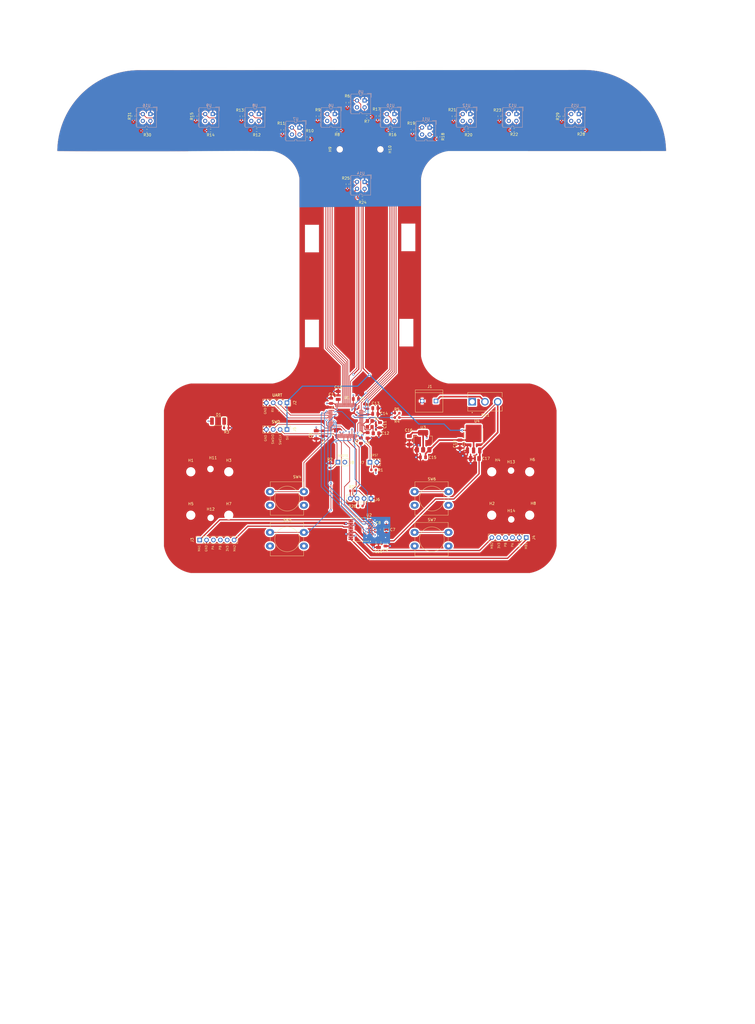
<source format=kicad_pcb>
(kicad_pcb (version 20221018) (generator pcbnew)
  (layers (0 "F.Cu" signal) (1 "In1.Cu" power) (2 "In2.Cu" power) (31 "B.Cu" signal) (34 "B.Paste" user) (35 "F.Paste" user) (36 "B.SilkS" user "B.Silkscreen") (37 "F.SilkS" user "F.Silkscreen") (38 "B.Mask" user) (39 "F.Mask" user) (44 "Edge.Cuts" user))
  (net 0 "")
  (net 1 "+3V3")
  (net 2 "Net-(U15-K)")
  (net 3 "BATT_12V")
  (net 4 "HSE_IN")
  (net 5 "HSE_OUT")
  (net 6 "+3.3VA")
  (net 7 "+5V")
  (net 8 "Net-(D1-K)")
  (net 9 "BATT+")
  (net 10 "MA1")
  (net 11 "MA2")
  (net 12 "MB1")
  (net 13 "MB2")
  (net 14 "UART_RX")
  (net 15 "UART_TX")
  (net 16 "JT_SWCLK")
  (net 17 "JT_SWDIO")
  (net 18 "I2C_SDA")
  (net 19 "I2C_SCL")
  (net 20 "NRST")
  (net 21 "BOOT0")
  (net 22 "BATT_CH")
  (net 23 "Net-(U5-K)")
  (net 24 "Net-(U6-K)")
  (net 25 "Net-(U7-K)")
  (net 26 "ADC1_IN3")
  (net 27 "Net-(U8-K)")
  (net 28 "ADC2_IN4")
  (net 29 "Net-(U9-K)")
  (net 30 "ADC2_IN5")
  (net 31 "Net-(U10-K)")
  (net 32 "ADC2_IN6")
  (net 33 "Net-(U11-K)")
  (net 34 "Net-(U12-K)")
  (net 35 "Net-(U13-K)")
  (net 37 "SW1")
  (net 38 "SW2")
  (net 39 "SW3")
  (net 40 "SW4")
  (net 44 "PWMB")
  (net 45 "ADC2_IN7")
  (net 46 "Net-(U14-K)")
  (net 47 "Net-(U16-K)")
  (net 49 "VCAP")
  (net 50 "AIN1")
  (net 51 "AIN2")
  (net 52 "BIN1")
  (net 53 "BIN2")
  (net 59 "PWMA")
  (net 62 "ADC2_IN14")
  (net 63 "ADC2_IN8")
  (net 65 "EA_PA")
  (net 66 "EA_PB")
  (net 67 "EB_PA")
  (net 68 "EB_PB")
  (net 69 "GND")
  (net 70 "ADC1_IN9")
  (net 71 "ADC1_IN15")
  (net 72 "ADC1_IN0")
  (net 73 "ADC1_IN1")
  (net 77 "ADC1_IN2")
  (footprint "C3E8:XTAL_C3E-8.000-18-1020-X-R" (layer "F.Cu") (at 210.97 181.0425 -90)
    (fp_text reference "Y2")
    (fp_text value "Crystal_GND24")
  )
  (footprint "Connector_PinSocket_2.54mm:PinSocket_1x06_P2.54mm_Vertical" (layer "F.Cu") (at 268.695 222.915 -90)
    (fp_text reference "J4")
    (fp_text value "Conn_01x06_Socket")
  )
  (footprint "MountingHole:MountingHole_3.2mm_M3" (layer "F.Cu") (at 158.97 214.66)
    (fp_text reference "H7")
    (fp_text value "MountingHole")
  )
  (footprint "Resistor_SMD:R_0603_1608Metric" (layer "F.Cu") (at 264.225 72.75)
    (fp_text reference "R22")
    (fp_text value "180")
  )
  (footprint "Capacitor_SMD:C_0805_2012Metric" (layer "F.Cu") (at 214.76 181.46 -90)
    (fp_text reference "C11")
    (fp_text value "27pF")
  )
  (footprint "Button_Switch_THT:SW_PUSH-12mm_Wuerth-430476085716" (layer "F.Cu") (at 174.18 206)
    (fp_text reference "SW4")
    (fp_text value "pushbutton3")
  )
  (footprint "Resistor_SMD:R_0603_1608Metric" (layer "F.Cu") (at 204.63 205.69)
    (fp_text reference "R27")
    (fp_text value "4k7")
  )
  (footprint "SPDT_ROCKER:SW_100SP1T1B4M2QE" (layer "F.Cu") (at 253.47 172.8525 90)
    (fp_text reference "SW1")
    (fp_text value "SW_SPDT_Rocker")
  )
  (footprint "Resistor_SMD:R_0603_1608Metric" (layer "F.Cu") (at 163.64 67.66 90)
    (fp_text reference "R13")
    (fp_text value "4k7")
  )
  (footprint "Resistor_SMD:R_0603_1608Metric" (layer "F.Cu") (at 281.76 67.7 90)
    (fp_text reference "R29")
    (fp_text value "4k7")
  )
  (footprint "Resistor_SMD:R_0603_1608Metric" (layer "F.Cu") (at 209.87 67.85 180)
    (fp_text reference "R7")
    (fp_text value "180")
  )
  (footprint "MountingHole:MountingHole_3.2mm_M3" (layer "F.Cu") (at 269.97 198.66)
    (fp_text reference "H6")
    (fp_text value "MountingHole")
  )
  (footprint "Connector_PinSocket_2.54mm:PinSocket_1x04_P2.54mm_Vertical" (layer "F.Cu") (at 211.41 208.52 -90)
    (fp_text reference "J6")
    (fp_text value "I2C")
  )
  (footprint "Button_Switch_THT:SW_PUSH-12mm_Wuerth-430476085716" (layer "F.Cu") (at 174.18 221)
    (fp_text reference "SW5")
    (fp_text value "pushbutton4")
  )
  (footprint "Inductor_SMD:L_0805_2012Metric" (layer "F.Cu") (at 210.16 176.48 -90)
    (fp_text reference "L1")
    (fp_text value "27n")
  )
  (footprint "Resistor_SMD:R_0603_1608Metric" (layer "F.Cu") (at 221.065 178.68 180)
    (fp_text reference "R4")
    (fp_text value "33k")
  )
  (footprint "LED_SMD:LED_2010_5025Metric" (layer "F.Cu") (at 155.03 180.01 180)
    (fp_text reference "D1")
    (fp_text value "LED")
  )
  (footprint "Connector_PinSocket_2.54mm:PinSocket_1x04_P2.54mm_Vertical" (layer "F.Cu") (at 180.45 173.24 -90)
    (fp_text reference "J2")
    (fp_text value "Conn_01x04_Pin")
  )
  (footprint "MountingHole:MountingHole_3.2mm_M3" (layer "F.Cu") (at 158.97 198.66)
    (fp_text reference "H3")
    (fp_text value "MountingHole")
  )
  (footprint "Connector_PinHeader_2.54mm:PinHeader_1x02_P2.54mm_Vertical" (layer "F.Cu") (at 211.065 195.16 90)
    (fp_text reference "J7")
    (fp_text value "Conn_01x02_Pin_nrst")
  )
  (footprint "Resistor_SMD:R_0603_1608Metric" (layer "F.Cu") (at 191.74 67.66 90)
    (fp_text reference "R9")
    (fp_text value "4k7")
  )
  (footprint "Resistor_SMD:R_0603_1608Metric" (layer "F.Cu") (at 128.78 73.03)
    (fp_text reference "R30")
    (fp_text value "180")
  )
  (footprint "Resistor_SMD:R_0603_1608Metric" (layer "F.Cu") (at 208.27 97.79)
    (fp_text reference "R24")
    (fp_text value "180")
  )
  (footprint "Resistor_SMD:R_0603_1608Metric" (layer "F.Cu") (at 212.38 197.97)
    (fp_text reference "R1")
    (fp_text value "10k")
  )
  (footprint "Resistor_SMD:R_0603_1608Metric" (layer "F.Cu") (at 202.72 62.63 90)
    (fp_text reference "R6")
    (fp_text value "4k7")
  )
  (footprint "Package_SO:SSOP-24_5.3x8.2mm_P0.65mm" (layer "F.Cu") (at 207.605 219.97)
    (fp_text reference "U2")
    (fp_text value "TB6612FNG")
  )
  (footprint "Capacitor_SMD:C_0805_2012Metric" (layer "F.Cu") (at 207.71 187.19 -90)
    (fp_text reference "C5")
    (fp_text value "100nF")
  )
  (footprint "Capacitor_SMD:C_0805_2012Metric" (layer "F.Cu") (at 193.71 184.52 -90)
    (fp_text reference "C4")
    (fp_text value "100nF")
  )
  (footprint "MountingHole:MountingHole_3.2mm_M3" (layer "F.Cu") (at 144.97 198.66)
    (fp_text reference "H1")
    (fp_text value "MountingHole")
  )
  (footprint "Capacitor_SMD:C_0805_2012Metric" (layer "F.Cu") (at 213.03 175.2)
    (fp_text reference "C13")
    (fp_text value "1uF")
  )
  (footprint "Capacitor_SMD:C_1206_3216Metric" (layer "F.Cu") (at 244.2325 188.45 -90)
    (fp_text reference "C18")
    (fp_text value "22uF")
  )
  (footprint "MountingHole:MountingHole_2.2mm_M2" (layer "F.Cu") (at 263.17 216.21)
    (fp_text reference "H14")
    (fp_text value "MountingHole")
  )
  (footprint "Capacitor_SMD:C_0805_2012Metric" (layer "F.Cu") (at 216.8 225.07 -90)
    (fp_text reference "C9")
    (fp_text value "0.1uF")
  )
  (footprint "Capacitor_SMD:C_0805_2012Metric" (layer "F.Cu") (at 230.62 193.32 180)
    (fp_text reference "C15")
    (fp_text value "10uF")
  )
  (footprint "Connector_PinHeader_2.54mm:PinHeader_1x04_P2.54mm_Vertical" (layer "F.Cu") (at 180.45 183.07 -90)
    (fp_text reference "J5")
    (fp_text value "SWD")
  )
  (footprint "Capacitor_SMD:C_0805_2012Metric" (layer "F.Cu") (at 214.105 219.97 -90)
    (fp_text reference "C8")
    (fp_text value "0.1uF")
  )
  (footprint "Resistor_SMD:R_0603_1608Metric" (layer "F.Cu") (at 169.26 72.79)
    (fp_text reference "R12")
    (fp_text value "180")
  )
  (footprint "Resistor_SMD:R_0603_1608Metric" (layer "F.Cu") (at 219.28 72.8)
    (fp_text reference "R16")
    (fp_text value "180")
  )
  (footprint "Resistor_SMD:R_0603_1608Metric" (layer "F.Cu") (at 152.26 72.92)
    (fp_text reference "R14")
    (fp_text value "180")
  )
  (footprint "MountingHole:MountingHole_2.2mm_M2" (layer "F.Cu") (at 263.1 198.21)
    (fp_text reference "H13")
    (fp_text value "MountingHole")
  )
  (footprint "Capacitor_SMD:C_0805_2012Metric" (layer "F.Cu") (at 205.87 171.84)
    (fp_text reference "C2")
    (fp_text value "100nF")
  )
  (footprint "Resistor_SMD:R_0603_1608Metric" (layer "F.Cu") (at 288.94 72.85 180)
    (fp_text reference "R28")
    (fp_text value "180")
  )
  (footprint "Connector_PinHeader_2.54mm:PinHeader_1x02_P2.54mm_Vertical" (layer "F.Cu") (at 199.245 195.115 90)
    (fp_text reference "J8")
    (fp_text value "Conn_01x02_Pin_boot0")
  )
  (footprint "Resistor_SMD:R_0603_1608Metric" (layer "F.Cu") (at 202.76 92.69 90)
    (fp_text reference "R25")
    (fp_text value "4k7")
  )
  (footprint "MountingHole:MountingHole_2.2mm_M2" (layer "F.Cu") (at 152.3 215.64)
    (fp_text reference "H12")
    (fp_text value "MountingHole")
  )
  (footprint "Resistor_SMD:R_0603_1608Metric" (layer "F.Cu") (at 241.86 67.67 90)
    (fp_text reference "R21")
    (fp_text value "4k7")
  )
  (footprint "Resistor_SMD:R_0603_1608Metric" (layer "F.Cu") (at 207.51 211.27)
    (fp_text reference "R26")
    (fp_text value "4k7")
  )
  (footprint "Button_Switch_THT:SW_PUSH-12mm_Wuerth-430476085716" (layer "F.Cu") (at 227.52 206)
    (fp_text reference "SW6")
    (fp_text value "pushbutton1")
  )
  (footprint "Capacitor_SMD:C_1206_3216Metric" (layer "F.Cu") (at 191.24 185.02 -90)
    (fp_text reference "C6")
    (fp_text value "10uF")
  )
  (footprint "MountingHole:MountingHole_2.2mm_M2" (layer "F.Cu") (at 199.91 79.85 90)
    (fp_text reference "H9")
    (fp_text value "MountingHole")
  )
  (footprint "Resistor_SMD:R_0603_1608Metric" (layer "F.Cu") (at 198.88 72.92 180)
    (fp_text reference "R8")
    (fp_text value "180")
  )
  (footprint "MountingHole:MountingHole_3.2mm_M3" (layer "F.Cu") (at 269.97 214.66)
    (fp_text reference "H8")
    (fp_text value "MountingHole")
  )
  (footprint "MountingHole:MountingHole_3.2mm_M3" (layer "F.Cu") (at 144.97 214.66)
    (fp_text reference "H5")
    (fp_text value "MountingHole")
  )
  (footprint "Capacitor_SMD:C_1206_3216Metric" (layer "F.Cu") (at 199.34 170.51 90)
    (fp_text reference "C19")
    (fp_text value "4.7uF")
  )
  (footprint "Resistor_SMD:R_0603_1608Metric" (layer "F.Cu") (at 196.26 196.375 90)
    (fp_text reference "R2")
    (fp_text value "10k")
  )
  (footprint "Resistor_SMD:R_0603_1608Metric" (layer "F.Cu") (at 247.26 72.8)
    (fp_text reference "R20")
    (fp_text value "180")
  )
  (footprint "Capacitor_SMD:C_1206_3216Metric" (layer "F.Cu") (at 217.105 219.97 -90)
    (fp_text reference "C7")
    (fp_text value "10uF")
  )
  (footprint "Resistor_SMD:R_0603_1608Metric" (layer "F.Cu") (at 158.06 182.49)
    (fp_text reference "R3")
    (fp_text value "220")
  )
  (footprint "Capacitor_SMD:C_0805_2012Metric" (layer "F.Cu") (at 196.72 172.52 90)
    (fp_text reference "C1")
    (fp_text value "100nF")
  )
  (footprint "Resistor_SMD:R_0603_1608Metric" (layer "F.Cu") (at 258.78 67.65 90)
    (fp_text reference "R23")
    (fp_text value "4k7")
  )
  (footprint "Resistor_SMD:R_0603_1608Metric" (layer "F.Cu") (at 188.35 75.23 90)
    (fp_text reference "R10")
    (fp_text value "180")
  )
  (footprint "screw_conn:TE_282837-2" (layer "F.Cu") (at 232.86 172.59 180)
    (fp_text reference "J1")
    (fp_text value "Battery screw conn")
  )
  (footprint "Resistor_SMD:R_0603_1608Metric" (layer "F.Cu") (at 123.81 67.58 90)
    (fp_text reference "R31")
    (fp_text value "4k7")
  )
  (footprint "Connector_PinSocket_2.54mm:PinSocket_1x06_P2.54mm_Vertical" (layer "F.Cu") (at 148.235 223.795 90)
    (fp_text reference "J3")
    (fp_text value "Conn_01x06_Socket")
  )
  (footprint "MountingHole:MountingHole_3.2mm_M3" (layer "F.Cu") (at 255.97 198.66)
    (fp_text reference "H4")
    (fp_text value "MountingHole")
  )
  (footprint "Capacitor_SMD:C_1206_3216Metric_Pad1.33x1.80mm_HandSolder" (layer "F.Cu") (at 225.57 187.045 -90)
    (fp_text reference "C16")
    (fp_text value "22uF")
  )
  (footprint "Resistor_SMD:R_0603_1608Metric" (layer "F.Cu") (at 236.36 75.23 90)
    (fp_text reference "R18")
    (fp_text value "180")
  )
  (footprint "Resistor_SMD:R_0603_1608Metric" (layer "F.Cu") (at 226.72 72.65 90)
    (fp_text reference "R19")
    (fp_text value "4k7")
  )
  (footprint "Package_QFP:LQFP-64_10x10mm_P0.5mm" (layer "F.Cu") (at 202.16 179.8 180)
    (fp_text reference "U1")
    (fp_text value "STM32F446RET6")
  )
  (footprint "Resistor_SMD:R_0603_1608Metric" (layer "F.Cu") (at 221.085 177.05 180)
    (fp_text reference "R5")
    (fp_text value "10k")
  )
  (footprint "Package_TO_SOT_SMD:TO-252-3_TabPin2" (layer "F.Cu") (at 249.2825 185.76 90)
    (fp_text reference "U4")
    (fp_text value "AMS1117CD-5.0")
  )
  (footprint "MountingHole:MountingHole_3.2mm_M3" (layer "F.Cu") (at 255.97 214.66)
    (fp_text reference "H2")
    (fp_text value "MountingHole")
  )
  (footprint "Capacitor_SMD:C_1206_3216Metric_Pad1.33x1.80mm_HandSolder" (layer "F.Cu") (at 249.7325 193.75 180)
    (fp_text reference "C17")
    (fp_text value "10uF")
  )
  (footprint "Resistor_SMD:R_0603_1608Metric" (layer "F.Cu") (at 213.87 67.6 90)
    (fp_text reference "R17")
    (fp_text value "4k7")
  )
  (footprint "Capacitor_SMD:C_0805_2012Metric_Pad1.18x1.45mm_HandSolder" (layer "F.Cu") (at 210.17 185.25 -90)
    (fp_text reference "C3")
    (fp_text value "100nF")
  )
  (footprint "Capacitor_SMD:C_0805_2012Metric" (layer "F.Cu") (at 213 177.34)
    (fp_text reference "C14")
    (fp_text value "100nF")
  )
  (footprint "Resistor_SMD:R_0603_1608Metric" (layer "F.Cu") (at 178.74 72.68 90)
    (fp_text reference "R11")
    (fp_text value "4k7")
  )
  (footprint "Resistor_SMD:R_0603_1608Metric" (layer "F.Cu") (at 146.74 67.66 90)
    (fp_text reference "R15")
    (fp_text value "4k7")
  )
  (footprint "Package_TO_SOT_SMD:SOT-223-3_TabPin2" (layer "F.Cu") (at 230.67 187.42 90)
    (fp_text reference "U3")
    (fp_text value "AMS1117-3.3")
  )
  (footprint "MountingHole:MountingHole_2.2mm_M2" (layer "F.Cu") (at 152.22 197.64)
    (fp_text reference "H11")
    (fp_text value "MountingHole")
  )
  (footprint "Button_Switch_THT:SW_PUSH-12mm_Wuerth-430476085716" (layer "F.Cu") (at 227.52 221)
    (fp_text reference "SW7")
    (fp_text value "pushbutton2")
  )
  (footprint "Capacitor_SMD:C_0805_2012Metric_Pad1.18x1.45mm_HandSolder" (layer "F.Cu") (at 213.3 184.5)
    (fp_text reference "C12")
    (fp_text value "27pF")
  )
  (footprint "MountingHole:MountingHole_2.2mm_M2" (layer "F.Cu") (at 214.91 79.85 90)
    (fp_text reference "H10")
    (fp_text value "MountingHole")
  )
  (footprint "Capacitor_SMD:C_1206_3216Metric" (layer "F.Cu") (at 214.18 225.04 -90)
    (fp_text reference "C10")
    (fp_text value "10uF")
  )
  (footprint "OptoDevice:Vishay_CNY70" (layer "B.Cu") (at 248.07 66.8325 180)
    (fp_text reference "U12")
    (fp_text value "CNY70")
  )
  (footprint "OptoDevice:Vishay_CNY70" (layer "B.Cu") (at 170.07 66.8325 180)
    (fp_text reference "U8")
    (fp_text value "CNY70")
  )
  (footprint "OptoDevice:Vishay_CNY70" (layer "B.Cu") (at 265.07 66.8325 180)
    (fp_text reference "U13")
    (fp_text value "CNY70")
  )
  (footprint "OptoDevice:Vishay_CNY70" (layer "B.Cu") (at 209.07 61.8325 180)
    (fp_text reference "U5")
    (fp_text value "CNY70")
  )
  (footprint "OptoDevice:Vishay_CNY70" (layer "B.Cu") (at 130.07 66.8325 180)
    (fp_text reference "U16")
    (fp_text value "CNY70")
  )
  (footprint "OptoDevice:Vishay_CNY70" (layer "B.Cu") (at 153.07 66.8325 180)
    (fp_text reference "U9")
    (fp_text value "CNY70")
  )
  (footprint "OptoDevice:Vishay_CNY70" (layer "B.Cu") (at 198.07 66.8325 180)
    (fp_text reference "U6")
    (fp_text value "CNY70")
  )
  (footprint "OptoDevice:Vishay_CNY70" (layer "B.Cu") (at 288.07 66.8325 180)
    (fp_text reference "U15")
    (fp_text value "CNY70")
  )
  (footprint "OptoDevice:Vishay_CNY70" (layer "B.Cu") (at 209.07 91.8325 180)
    (fp_text reference "U14")
    (fp_text value "CNY70")
  )
  (footprint "OptoDevice:Vishay_CNY70" (layer "B.Cu") (at 185.07 71.8325 180)
    (fp_text reference "U7")
    (fp_text value "CNY70")
  )
  (footprint "OptoDevice:Vishay_CNY70" (layer "B.Cu") (at 220.07 66.8325 180)
    (fp_text reference "U10")
    (fp_text value "CNY70")
  )
  (footprint "OptoDevice:Vishay_CNY70" (layer "B.Cu") (at 233.07 71.8325 180)
    (fp_text reference "U11")
    (fp_text value "CNY70")
  )
  (gr_line (start 144.97 166.05) (end 175.154728 166.054728) (stroke (width 0.05)) (layer "Edge.Cuts"))
  (gr_line (start 136.329951 80.625) (end 111.319951 80.625) (stroke (width 0.05)) (layer "Edge.Cuts"))
  (gr_line (start 229.97 156.05) (end 229.97 90.55) (stroke (width 0.05)) (layer "Edge.Cuts"))
  (gr_line (start 134.97 176.05) (end 134.97 226.05) (stroke (width 0.05)) (layer "Edge.Cuts"))
  (gr_line (start 174.97 80.55) (end 165.145 80.495) (stroke (width 0.05)) (layer "Edge.Cuts"))
  (gr_line (start 184.97 156.05) (end 184.97 90.555272) (stroke (width 0.05)) (layer "Edge.Cuts"))
  (gr_line (start 144.97 236.05) (end 269.97 236.05) (stroke (width 0.05)) (layer "Edge.Cuts"))
  (gr_arc (start 95.645457 80.555757) (mid 104.73906 59.247653) (end 126.23 50.595001) (stroke (width 0.05)) (layer "Edge.Cuts"))
  (gr_line (start 305.409484 80.549927) (end 320.340959 80.54672) (stroke (width 0.05)) (layer "Edge.Cuts"))
  (gr_line (start 305.409484 80.549927) (end 280.47 80.55) (stroke (width 0.05)) (layer "Edge.Cuts"))
  (gr_arc (start 279.97 226.05) (mid 276.575271 232.655271) (end 269.97 236.05) (stroke (width 0.05)) (layer "Edge.Cuts"))
  (gr_rect (start 222.7 107.29) (end 227.7 117.29) (stroke (width 0.05)) (fill none) (layer "Edge.Cuts"))
  (gr_line (start 239.97 80.55) (end 249.97 80.55) (stroke (width 0.05)) (layer "Edge.Cuts"))
  (gr_line (start 269.97 166.05) (end 239.97 166.05) (stroke (width 0.05)) (layer "Edge.Cuts"))
  (gr_arc (start 239.97 166.05) (mid 233.364728 162.655272) (end 229.97 156.05) (stroke (width 0.05)) (layer "Edge.Cuts"))
  (gr_arc (start 290.38 50.520001) (mid 311.492008 59.41526) (end 320.340959 80.54672) (stroke (width 0.05)) (layer "Edge.Cuts"))
  (gr_arc (start 269.97 166.05) (mid 276.575272 169.444728) (end 279.97 176.05) (stroke (width 0.05)) (layer "Edge.Cuts"))
  (gr_arc (start 184.97 156.05) (mid 181.694807 162.653894) (end 175.154728 166.054728) (stroke (width 0.05)) (layer "Edge.Cuts"))
  (gr_rect (start 187.16 107.72) (end 192.16 117.72) (stroke (width 0.05)) (fill none) (layer "Edge.Cuts"))
  (gr_line (start 111.319951 80.625) (end 95.645457 80.555757) (stroke (width 0.05)) (layer "Edge.Cuts"))
  (gr_line (start 249.97 80.55) (end 280.47 80.55) (stroke (width 0.05)) (layer "Edge.Cuts"))
  (gr_arc (start 144.97 236.05) (mid 138.364728 232.655272) (end 134.97 226.05) (stroke (width 0.05)) (layer "Edge.Cuts"))
  (gr_line (start 279.97 176.05) (end 279.97 226.05) (stroke (width 0.05)) (layer "Edge.Cuts"))
  (gr_rect (start 221.98 142.4) (end 226.98 152.4) (stroke (width 0.05)) (fill none) (layer "Edge.Cuts"))
  (gr_line (start 165.145 80.495) (end 136.329951 80.625) (stroke (width 0.05)) (layer "Edge.Cuts"))
  (gr_arc (start 134.97 176.05) (mid 138.364728 169.444728) (end 144.97 166.05) (stroke (width 0.05)) (layer "Edge.Cuts"))
  (gr_arc (start 174.97 80.55) (mid 181.590462 83.933028) (end 184.97 90.555272) (stroke (width 0.05)) (layer "Edge.Cuts"))
  (gr_line (start 126.23 50.595) (end 290.38 50.52) (stroke (width 0.05)) (layer "Edge.Cuts"))
  (gr_arc (start 229.97 90.55) (mid 233.252867 83.832867) (end 239.97 80.55) (stroke (width 0.05)) (layer "Edge.Cuts"))
  (gr_rect (start 187.16 142.69) (end 192.16 152.69) (stroke (width 0.05)) (fill none) (layer "Edge.Cuts"))
  (gr_text "UART\n" (at 174.88 171.01) (layer "F.SilkS") (effects (font (size 1 1) (thickness 0.2) bold) (justify left bottom)))
  (gr_text "MA1\n" (at 148.51 228.11 90) (layer "F.SilkS") (effects (font (size 0.8 0.8) (thickness 0.1)) (justify left bottom)))
  (gr_text "SWCLK\n\n" (at 179.7 188.8 90) (layer "F.SilkS") (effects (font (size 0.8 0.8) (thickness 0.1)) (justify left bottom)))
  (gr_text "5V\n" (at 181.06 176.83 90) (layer "F.SilkS") (effects (font (size 0.8 0.8) (thickness 0.1)) (justify left bottom)))
  (gr_text "PA" (at 153.58 227.45 90) (layer "F.SilkS") (effects (font (size 0.8 0.8) (thickness 0.1)) (justify left bottom)))
  (gr_text "TX\n" (at 178.19 176.71 90) (layer "F.SilkS") (effects (font (size 0.8 0.8) (thickness 0.1)) (justify left bottom)))
  (gr_text "MB1\n" (at 269.09 227.25 90) (layer "F.SilkS") (effects (font (size 0.8 0.8) (thickness 0.1)) (justify left bottom)))
  (gr_text "SWD\n" (at 174.67 180.85) (layer "F.SilkS") (effects (font (size 1 1) (thickness 0.2) bold) (justify left bottom)))
  (gr_text "3V3" (at 158.93 228.11 90) (layer "F.SilkS") (effects (font (size 0.8 0.8) (thickness 0.1)) (justify left bottom)))
  (gr_text "RX" (at 175.64 176.79 90) (layer "F.SilkS") (effects (font (size 0.8 0.8) (thickness 0.1)) (justify left bottom)))
  (gr_text "BOOT0\n" (at 199.05 193.24) (layer "F.SilkS") (effects (font (size 0.8 0.8) (thickness 0.1)) (justify left bottom)))
  (gr_text "PB" (at 156.27 227.52 90) (layer "F.SilkS") (effects (font (size 0.8 0.8) (thickness 0.1)) (justify left bottom)))
  (gr_text "GND\n" (at 151.13 228.18 90) (layer "F.SilkS") (effects (font (size 0.8 0.8) (thickness 0.1)) (justify left bottom)))
  (gr_text "PB" (at 261.52 226.45 90) (layer "F.SilkS") (effects (font (size 0.8 0.8) (thickness 0.1)) (justify left bottom)))
  (gr_text "GND\n" (at 172.89 177.54 90) (layer "F.SilkS") (effects (font (size 0.8 0.8) (thickness 0.1)) (justify left bottom)))
  (gr_text "GND\n" (at 266.67 227.32 90) (layer "F.SilkS") (effects (font (size 0.8 0.8) (thickness 0.1)) (justify left bottom)))
  (gr_text "MB2" (at 256.48 227.15 90) (layer "F.SilkS") (effects (font (size 0.8 0.8) (thickness 0.1)) (justify left bottom)))
  (gr_text "3V3" (at 259.07 227.05 90) (layer "F.SilkS") (effects (font (size 0.8 0.8) (thickness 0.1)) (justify left bottom)))
  (gr_text "SWDIO\n" (at 175.69 188.56 90) (layer "F.SilkS") (effects (font (size 0.8 0.8) (thickness 0.1)) (justify left bottom)))
  (gr_text "MA2" (at 161.58 228.11 90) (layer "F.SilkS") (effects (font (size 0.8 0.8) (thickness 0.1)) (justify left bottom)))
  (gr_text "PA" (at 264.08 226.49 90) (layer "F.SilkS") (effects (font (size 0.8 0.8) (thickness 0.1)) (justify left bottom)))
  (gr_text "NRST" (at 211.02 193.03) (layer "F.SilkS") (effects (font (size 0.8 0.8) (thickness 0.1)) (justify left bottom)))
  (gr_text "5V\n" (at 181.05 187.02 90) (layer "F.SilkS") (effects (font (size 0.8 0.8) (thickness 0.1)) (justify left bottom)))
  (gr_text "GND\n" (at 173.01 187.55 90) (layer "F.SilkS") (effects (font (size 0.8 0.8) (thickness 0.1)) (justify left bottom)))
  (segment (start 226.8025 184.25) (end 230.65 184.25) (width 0.6) (layer "F.Cu") (net 1))
  (segment (start 196.485 183.55) (end 193.73 183.55) (width 0.3) (layer "F.Cu") (net 1))
  (segment (start 216.58 219.02) (end 217.105 218.495) (width 0.3) (layer "F.Cu") (net 1))
  (segment (start 204.91 174.125) (end 204.91 173.24688) (width 0.3) (layer "F.Cu") (net 1))
  (segment (start 208.87 207.57) (end 208.87 208.52) (width 0.3) (layer "F.Cu") (net 1))
  (segment (start 210.17 184.2125) (end 210.1675 184.21) (width 0.3) (layer "F.Cu") (net 1))
  (segment (start 204.92 170.4) (end 204.92 171.84) (width 0.3) (layer "F.Cu") (net 1))
  (segment (start 197.755 173.47) (end 196.72 173.47) (width 0.3) (layer "F.Cu") (net 1))
  (segment (start 206.99 205.69) (end 208.87 207.57) (width 0.3) (layer "F.Cu") (net 1))
  (segment (start 209.785 219.645) (end 209.78 219.65) (width 0.3) (layer "F.Cu") (net 1))
  (segment (start 207.71 185.67) (end 208.19 185.19) (width 0.3) (layer "F.Cu") (net 1))
  (segment (start 230.67 190.57) (end 230.67 184.27) (width 0.6) (layer "F.Cu") (net 1))
  (segment (start 193.71 183.57) (end 191.265 183.57) (width 0.3) (layer "F.Cu") (net 1))
  (segment (start 209.1975 175.4175) (end 208.75 174.97) (width 0.3) (layer "F.Cu") (net 1))
  (segment (start 204.92 171.84) (end 204.91 171.85) (width 0.3) (layer "F.Cu") (net 1))
  (segment (start 206.93 160.814694) (end 206.93 99.51995) (width 0.4) (layer "F.Cu") (net 1))
  (segment (start 196.72 173.47) (end 195.15 173.47) (width 0.3) (layer "F.Cu") (net 1))
  (segment (start 208.335 211.27) (end 208.85 210.755) (width 0.3) (layer "F.Cu") (net 1))
  (segment (start 205.49 98.07995) (end 205.49 95.1525) (width 0.4) (layer "F.Cu") (net 1))
  (segment (start 204.91 171.85) (end 204.91 174.125) (width 0.3) (layer "F.Cu") (net 1))
  (segment (start 214.08 218.995) (end 214.105 219.02) (width 0.3) (layer "F.Cu") (net 1))
  (segment (start 213.205 197.97) (end 213.205 199.145) (width 0.25) (layer "F.Cu") (net 1))
  (segment (start 217.105 218.495) (end 217.105 217.415) (width 0.3) (layer "F.Cu") (net 1))
  (segment (start 204.937347 162.807347) (end 206.93 160.814694) (width 0.4) (layer "F.Cu") (net 1))
  (segment (start 217.105 217.415) (end 217.1 217.41) (width 0.3) (layer "F.Cu") (net 1))
  (segment (start 193.73 183.55) (end 193.71 183.57) (width 0.3) (layer "F.Cu") (net 1))
  (segment (start 230.67 184.27) (end 232 185.6) (width 0.6) (layer "F.Cu") (net 1))
  (segment (start 232 185.6) (end 232 186.18) (width 0.6) (layer "F.Cu") (net 1))
  (segment (start 208.85 208.54) (end 208.87 208.52) (width 0.3) (layer "F.Cu") (net 1))
  (segment (start 210.16 175.4175) (end 210.472044 175.4175) (width 0.3) (layer "F.Cu") (net 1))
  (segment (start 213.205 199.145) (end 213.22 199.16) (width 0.25) (layer "F.Cu") (net 1))
  (segment (start 152.78 180.01) (end 151.43 180.01) (width 0.25) (layer "F.Cu") (net 1))
  (segment (start 210.16 175.4175) (end 209.1975 175.4175) (width 0.3) (layer "F.Cu") (net 1))
  (segment (start 210.1675 184.21) (end 208.495 184.21) (width 0.3) (layer "F.Cu") (net 1))
  (segment (start 205.49 95.1525) (end 206.27 94.3725) (width 0.4) (layer "F.Cu") (net 1))
  (segment (start 214.105 219.02) (end 216.58 219.02) (width 0.3) (layer "F.Cu") (net 1))
  (segment (start 206.945 185.475) (end 205.91 185.475) (width 0.3) (layer "F.Cu") (net 1))
  (segment (start 205.455 205.69) (end 206.99 205.69) (width 0.3) (layer "F.Cu") (net 1))
  (segment (start 207.71 186.24) (end 207.71 185.67) (width 0.3) (layer "F.Cu") (net 1))
  (segment (start 201.83 195.16) (end 201.785 195.115) (width 0.25) (layer "F.Cu") (net 1))
  (segment (start 151.41 180.03) (end 151.43 180.01) (width 0.25) (layer "F.Cu") (net 1))
  (segment (start 209.1675 184.2125) (end 208.19 185.19) (width 0.3) (layer "F.Cu") (net 1))
  (segment (start 211.205 219.645) (end 211.205 218.995) (width 0.3) (layer "F.Cu") (net 1))
  (segment (start 225.57 185.4825) (end 226.8025 184.25) (width 0.6) (layer "F.Cu") (net 1))
  (segment (start 207.825 183.56) (end 207.835 183.55) (width 0.3) (layer "F.Cu") (net 1))
  (segment (start 206.93 99.51995) (end 205.49 98.07995) (width 0.4) (layer "F.Cu") (net 1))
  (segment (start 211.205 218.995) (end 214.08 218.995) (width 0.3) (layer "F.Cu") (net 1))
  (segment (start 211.205 219.645) (end 209.785 219.645) (width 0.3) (layer "F.Cu") (net 1))
  (segment (start 210.17 184.2125) (end 209.1675 184.2125) (width 0.3) (layer "F.Cu") (net 1))
  (segment (start 207.71 186.24) (end 206.945 185.475) (width 0.3) (layer "F.Cu") (net 1))
  (segment (start 204.94 170.38) (end 204.92 170.4) (width 0.3) (layer "F.Cu") (net 1))
  (segment (start 230.65 184.25) (end 230.67 184.27) (width 0.6) (layer "F.Cu") (net 1))
  (segment (start 191.265 183.57) (end 191.24 183.545) (width 0.3) (layer "F.Cu") (net 1))
  (segment (start 208.85 210.755) (end 208.85 208.54) (width 0.3) (layer "F.Cu") (net 1))
  (segment (start 198.41 174.125) (end 197.755 173.47) (width 0.3) (layer "F.Cu") (net 1))
  (segment (start 191.23 182.26) (end 191.24 182.27) (width 0.3) (layer "F.Cu") (net 1))
  (segment (start 208.495 184.21) (end 207.835 183.55) (width 0.3) (layer "F.Cu") (net 1))
  (segment (start 191.24 183.545) (end 191.24 182.27) (width 0.3) (layer "F.Cu") (net 1))
  (via (at 217.1 217.41) (size 0.6) (drill 0.3) (layers "F.Cu" "B.Cu") (net 1))
  (via (at 208.75 174.97) (size 0.6) (drill 0.3) (layers "F.Cu" "B.Cu") (net 1))
  (via (at 204.94 170.38) (size 0.6) (drill 0.3) (layers "F.Cu" "B.Cu") (net 1))
  (via (at 191.24 182.27) (size 0.6) (drill 0.3) (layers "F.Cu" "B.Cu") (net 1))
  (via (at 208.19 185.19) (size 0.8) (drill 0.4) (layers "F.Cu" "B.Cu") (net 1))
  (via (at 204.937347 162.807347) (size 0.8) (drill 0.4) (layers "F.Cu" "B.Cu") (net 1))
  (via (at 232 186.18) (size 0.6) (drill 0.3) (layers "F.Cu" "B.Cu") (net 1))
  (via (at 151.43 180.01) (size 0.6) (drill 0.3) (layers "F.Cu" "B.Cu") (net 1))
  (via (at 209.78 219.65) (size 0.6) (drill 0.3) (layers "F.Cu" "B.Cu") (net 1))
  (via (at 195.15 173.47) (size 0.6) (drill 0.3) (layers "F.Cu" "B.Cu") (net 1))
  (via (at 213.22 199.16) (size 0.6) (drill 0.3) (layers "F.Cu" "B.Cu") (net 1))
  (segment (start 288.115 72.85) (end 288.115 69.4175) (width 0.25) (layer "F.Cu") (net 2))
  (segment (start 288.115 69.4175) (end 288.07 69.3725) (width 0.25) (layer "F.Cu") (net 2))
  (segment (start 216.8 224.12) (end 216.8 222.88) (width 0.45) (layer "F.Cu") (net 3))
  (segment (start 251.3 193.755) (end 251.295 193.75) (width 0.45) (layer "F.Cu") (net 3))
  (segment (start 214.18 222.27) (end 214.16 222.25) (width 0.45) (layer "F.Cu") (net 3))
  (segment (start 211.2 223.55) (end 211.205 223.545) (width 0.45) (layer "F.Cu") (net 3))
  (segment (start 216.8 224.12) (end 219.85 224.12) (width 0.45) (layer "F.Cu") (net 3))
  (segment (start 219.85 224.12) (end 235.26 208.71) (width 0.45) (layer "F.Cu") (net 3))
  (segment (start 212.88 216.42) (end 212.855 216.395) (width 0.45) (layer "F.Cu") (net 3))
  (segment (start 209.705 222.895) (end 211.205 222.895) (width 0.45) (layer "F.Cu") (net 3))
  (segment (start 251.3 199.4) (end 251.3 197.79) (width 0.45) (layer "F.Cu") (net 3))
  (segment (start 258.17 172.8525) (end 258.17 184.1925) (width 0.6) (layer "F.Cu") (net 3))
  (segment (start 241.99 208.71) (end 251.3 199.4) (width 0.45) (layer "F.Cu") (net 3))
  (segment (start 212.855 216.395) (end 211.205 216.395) (width 0.45) (layer "F.Cu") (net 3))
  (segment (start 214.16 223.545) (end 214.18 223.565) (width 0.45) (layer "F.Cu") (net 3))
  (segment (start 216.57 223.89) (end 216.8 224.12) (width 0.45) (layer "F.Cu") (net 3))
  (segment (start 211.2 224.28) (end 211.2 223.55) (width 0.45) (layer "F.Cu") (net 3))
  (segment (start 221.89 178.68) (end 252.3425 178.68) (width 0.3) (layer "F.Cu") (net 3))
  (segment (start 214.18 223.565) (end 214.505 223.89) (width 0.45) (layer "F.Cu") (net 3))
  (segment (start 209.69 222.88) (end 209.705 222.895) (width 0.45) (layer "F.Cu") (net 3))
  (segment (start 214.18 223.565) (end 214.18 222.27) (width 0.45) (layer "F.Cu") (net 3))
  (segment (start 252.3425 178.68) (end 258.17 172.8525) (width 0.3) (layer "F.Cu") (net 3))
  (segment (start 258.17 184.1925) (end 251.5625 190.8) (width 0.6) (layer "F.Cu") (net 3))
  (segment (start 251.5625 193.4825) (end 251.295 193.75) (width 0.6) (layer "F.Cu") (net 3))
  (segment (start 235.26 208.71) (end 241.99 208.71) (width 0.45) (layer "F.Cu") (net 3))
  (segment (start 251.3 197.79) (end 251.3 193.755) (width 0.45) (layer "F.Cu") (net 3))
  (segment (start 251.5625 190.8) (end 251.5625 193.4825) (width 0.6) (layer "F.Cu") (net 3))
  (via (at 216.8 222.88) (size 0.8) (drill 0.4) (layers "F.Cu" "B.Cu") (net 3))
  (via (at 214.16 222.25) (size 0.8) (drill 0.4) (layers "F.Cu" "B.Cu") (net 3))
  (via (at 209.69 222.88) (size 0.8) (drill 0.4) (layers "F.Cu" "B.Cu") (net 3))
  (via (at 211.2 224.28) (size 0.8) (drill 0.4) (layers "F.Cu" "B.Cu") (net 3))
  (via (at 212.88 216.42) (size 0.8) (drill 0.4) (layers "F.Cu" "B.Cu") (net 3))
  (segment (start 212.19 184.4275) (end 212.2625 184.5) (width 0.3) (layer "F.Cu") (net 4))
  (segment (start 207.835 181.55) (end 208.75 181.55) (width 0.3) (layer "F.Cu") (net 4))
  (segment (start 208.75 181.55) (end 209.16 181.96) (width 0.3) (layer "F.Cu") (net 4))
  (segment (start 211.82 182.1425) (end 212.19 182.5125) (width 0.3) (layer "F.Cu") (net 4))
  (segment (start 209.16 183.02) (end 209.3325 183.1925) (width 0.3) (layer "F.Cu") (net 4))
  (segment (start 212.2625 184.5) (end 212.2625 184.0125) (width 0.3) (layer "F.Cu") (net 4))
  (segment (start 209.16 181.96) (end 209.16 183.02) (width 0.3) (layer "F.Cu") (net 4))
  (segment (start 211.7 182.5625) (end 211.7 182.19) (width 0.3) (layer "F.Cu") (net 4))
  (segment (start 212.19 182.5125) (end 212.19 184.4275) (width 0.3) (layer "F.Cu") (net 4))
  (segment (start 209.3325 183.1925) (end 211.07 183.1925) (width 0.3) (layer "F.Cu") (net 4))
  (segment (start 211.07 183.1925) (end 211.7 182.5625) (width 0.3) (layer "F.Cu") (net 4))
  (segment (start 210.12 179.9425) (end 210.12 180.0425) (width 0.3) (layer "F.Cu") (net 5))
  (segment (start 210.09 179.9925) (end 209.7775 179.9925) (width 0.3) (layer "F.Cu") (net 5))
  (segment (start 214.2775 180.9925) (end 214.76 180.51) (width 0.3) (layer "F.Cu") (net 5))
  (segment (start 209.7775 179.9925) (end 208.72 181.05) (width 0.3) (layer "F.Cu") (net 5))
  (segment (start 212.92 178.67) (end 214.76 180.51) (width 0.3) (layer "F.Cu") (net 5))
  (segment (start 208.72 181.05) (end 207.835 181.05) (width 0.3) (layer "F.Cu") (net 5))
  (segment (start 210.12 179.8425) (end 211.2925 178.67) (width 0.3) (layer "F.Cu") (net 5))
  (segment (start 211.2925 178.67) (end 212.92 178.67) (width 0.3) (layer "F.Cu") (net 5))
  (segment (start 210.12 179.9425) (end 210.12 179.8425) (width 0.3) (layer "F.Cu") (net 5))
  (segment (start 210.16 177.5425) (end 210.1525 177.55) (width 0.3) (layer "F.Cu") (net 6))
  (segment (start 210.1525 177.55) (end 207.835 177.55) (width 0.3) (layer "F.Cu") (net 6))
  (segment (start 212.0975 177.5425) (end 212.1 177.54) (width 0.3) (layer "F.Cu") (net 6))
  (segment (start 212.1 175.37) (end 212.1 177.54) (width 0.3) (layer "F.Cu") (net 6))
  (segment (start 210.16 177.5425) (end 212.0975 177.5425) (width 0.3) (layer "F.Cu") (net 6))
  (segment (start 208.51 99.72) (end 210.57 97.66) (width 0.4) (layer "F.Cu") (net 7))
  (segment (start 244.2325 186.975) (end 236.565 186.975) (width 0.6) (layer "F.Cu") (net 7))
  (segment (start 236.565 186.975) (end 232.97 190.57) (width 0.6) (layer "F.Cu") (net 7))
  (segment (start 210.57 93.3325) (end 209.07 91.8325) (width 0.4) (layer "F.Cu") (net 7))
  (segment (start 231.57 191.97) (end 232.97 190.57) (width 0.6) (layer "F.Cu") (net 7))
  (segment (start 244.2325 186.975) (end 246.9575 186.975) (width 0.6) (layer "F.Cu") (net 7))
  (segment (start 208.51 160.55) (end 208.51 99.72) (width 0.4) (layer "F.Cu") (net 7))
  (segment (start 249.2825 190.8) (end 249.2825 187.7) (width 0.6) (layer "F.Cu") (net 7))
  (segment (start 245.09 183.37) (end 248.1525 183.37) (width 0.4) (layer "F.Cu") (net 7))
  (segment (start 210.57 97.66) (end 210.57 93.3325) (width 0.4) (layer "F.Cu") (net 7))
  (segment (start 210.79 162.83) (end 208.51 160.55) (width 0.4) (layer "F.Cu") (net 7))
  (segment (start 246.9575 186.975) (end 247.7575 186.175) (width 0.6) (layer "F.Cu") (net 7))
  (segment (start 231.57 193.32) (end 231.57 191.97) (width 0.6) (layer "F.Cu") (net 7))
  (segment (start 248.1525 183.37) (end 249.2825 184.5) (width 0.4) (layer "F.Cu") (net 7))
  (segment (start 249.2825 187.7) (end 247.7575 186.175) (width 0.6) (layer "F.Cu") (net 7))
  (via (at 245.09 183.37) (size 0.8) (drill 0.4) (layers "F.Cu" "B.Cu") (net 7))
  (via (at 210.79 162.83) (size 0.8) (drill 0.4) (layers "F.Cu" "B.Cu") (net 7))
  (segment (start 243.99 183.37) (end 243.98 183.38) (width 0.4) (layer "B.Cu") (net 7))
  (segment (start 180.76 183.38) (end 180.45 183.07) (width 0.4) (layer "B.Cu") (net 7))
  (segment (start 245.09 183.37) (end 243.99 183.37) (width 0.4) (layer "B.Cu") (net 7))
  (segment (start 180.45 173.24) (end 180.45 172.76) (width 0.4) (layer "B.Cu") (net 7))
  (segment (start 238.35 181.04) (end 229 181.04) (width 0.4) (layer "B.Cu") (net 7))
  (segment (start 206.5 167.12) (end 210.79 162.83) (width 0.4) (layer "B.Cu") (net 7))
  (segment (start 180.45 172.76) (end 186.09 167.12) (width 0.4) (layer "B.Cu") (net 7))
  (segment (start 186.09 167.12) (end 206.5 167.12) (width 0.4) (layer "B.Cu") (net 7))
  (segment (start 243.98 183.38) (end 240.69 183.38) (width 0.4) (layer "B.Cu") (net 7))
  (segment (start 240.69 183.38) (end 238.35 181.04) (width 0.4) (layer "B.Cu") (net 7))
  (segment (start 180.45 183.07) (end 180.45 173.24) (width 0.4) (layer "B.Cu") (net 7))
  (segment (start 229 181.04) (end 210.79 162.83) (width 0.4) (layer "B.Cu") (net 7))
  (segment (start 157.28 182.445) (end 157.235 182.49) (width 0.25) (layer "F.Cu") (net 8))
  (segment (start 157.28 180.01) (end 157.28 182.445) (width 0.25) (layer "F.Cu") (net 8))
  (segment (start 237.025 170.965) (end 251.5825 170.965) (width 0.6) (layer "F.Cu") (net 9))
  (segment (start 235.4 172.59) (end 237.025 170.965) (width 0.6) (layer "F.Cu") (net 9))
  (segment (start 251.5825 170.965) (end 253.47 172.8525) (width 0.6) (layer "F.Cu") (net 9))
  (segment (start 204.005 217.045) (end 204.005 216.395) (width 0.45) (layer "F.Cu") (net 10))
  (segment (start 203.98 216.37) (end 204.005 216.395) (width 0.45) (layer "F.Cu") (net 10))
  (segment (start 155.65 216.37) (end 203.98 216.37) (width 0.45) (layer "F.Cu") (net 10))
  (segment (start 148.235 223.795) (end 148.235 223.785) (width 0.45) (layer "F.Cu") (net 10))
  (segment (start 148.235 223.785) (end 155.65 216.37) (width 0.45) (layer "F.Cu") (net 10))
  (segment (start 204.005 218.995) (end 204.005 219.645) (width 0.45) (layer "F.Cu") (net 11))
  (segment (start 166.02 218.71) (end 160.935 223.795) (width 0.45) (layer "F.Cu") (net 11))
  (segment (start 201.285 218.995) (end 201 218.71) (width 0.45) (layer "F.Cu") (net 11))
  (segment (start 204.005 218.995) (end 201.285 218.995) (width 0.45) (layer "F.Cu") (net 11))
  (segment (start 201 218.71) (end 166.02 218.71) (width 0.45) (layer "F.Cu") (net 11))
  (segment (start 204.005 223.545) (end 204.005 222.895) (width 0.45) (layer "F.Cu") (net 12))
  (segment (start 211 230.54) (end 261.8 230.54) (width 0.45) (layer "F.Cu") (net 12))
  (segment (start 204.005 223.545) (end 211 230.54) (width 0.45) (layer "F.Cu") (net 12))
  (segment (start 261.8 230.54) (end 268.695 223.645) (width 0.45) (layer "F.Cu") (net 12))
  (segment (start 268.695 223.645) (end 268.695 222.915) (width 0.45) (layer "F.Cu") (net 12))
  (segment (start 205.558273 220.945) (end 212.288273 227.675) (width 0.45) (layer "F.Cu") (net 13))
  (segment (start 204.005 220.945) (end 205.558273 220.945) (width 0.45) (layer "F.Cu") (net 13))
  (segment (start 204.005 220.945) (end 204.005 220.295) (width 0.45) (layer "F.Cu") (net 13))
  (segment (start 212.288273 227.675) (end 251.485 227.675) (width 0.45) (layer "F.Cu") (net 13))
  (segment (start 255.995 223.165) (end 255.995 222.915) (width 0.45) (layer "F.Cu") (net 13))
  (segment (start 251.485 227.675) (end 255.995 223.165) (width 0.45) (layer "F.Cu") (net 13))
  (segment (start 195.642236 178.55) (end 196.485 178.55) (width 0.25) (layer "F.Cu") (net 14))
  (segment (start 195.352236 178.84) (end 195.642236 178.55) (width 0.25) (layer "F.Cu") (net 14))
  (segment (start 175.37 173.24) (end 180.97 178.84) (width 0.25) (layer "F.Cu") (net 14))
  (segment (start 180.97 178.84) (end 195.352236 178.84) (width 0.25) (layer "F.Cu") (net 14))
  (segment (start 195.642236 178.05) (end 196.485 178.05) (width 0.25) (layer "F.Cu") (net 15))
  (segment (start 181.71 177.77) (end 195.362236 177.77) (width 0.25) (layer "F.Cu") (net 15))
  (segment (start 177.91 173.24) (end 177.91 173.97) (width 0.25) (layer "F.Cu") (net 15))
  (segment (start 177.91 173.97) (end 181.71 177.77) (width 0.25) (layer "F.Cu") (net 15))
  (segment (start 195.362236 177.77) (end 195.642236 178.05) (width 0.25) (layer "F.Cu") (net 15))
  (segment (start 179.48 184.64) (end 197.57 184.64) (width 0.25) (layer "F.Cu") (net 16))
  (segment (start 177.91 183.07) (end 179.48 184.64) (width 0.25) (layer "F.Cu") (net 16))
  (segment (start 198.405 185.475) (end 198.41 185.475) (width 0.25) (layer "F.Cu") (net 16))
  (segment (start 197.57 184.64) (end 198.405 185.475) (width 0.25) (layer "F.Cu") (net 16))
  (segment (start 193.1 181.2) (end 194.45 182.55) (width 0.25) (layer "F.Cu") (net 17))
  (segment (start 194.45 182.55) (end 196.485 182.55) (width 0.25) (layer "F.Cu") (net 17))
  (segment (start 175.37 183.07) (end 177.24 181.2) (width 0.25) (layer "F.Cu") (net 17))
  (segment (start 177.24 181.2) (end 193.1 181.2) (width 0.25) (layer "F.Cu") (net 17))
  (segment (start 203.805 205.69) (end 203.805 208.505) (width 0.3) (layer "F.Cu") (net 18))
  (segment (start 203.805 208.505) (end 203.79 208.52) (width 0.3) (layer "F.Cu") (net 18))
  (segment (start 207.08 189.6) (end 204.91 187.43) (width 0.3) (layer "F.Cu") (net 18))
  (segment (start 206.1 204.65) (end 207.08 203.67) (width 0.3) (layer "F.Cu") (net 18))
  (segment (start 204.91 187.43) (end 204.91 185.475) (width 0.3) (layer "F.Cu") (net 18))
  (segment (start 207.08 203.67) (end 207.08 189.6) (width 0.3) (layer "F.Cu") (net 18))
  (via (at 206.1 204.65) (size 0.6) (drill 0.3) (layers "F.Cu" "B.Cu") (net 18))
  (segment (start 206.1 204.65) (end 206.1 206.64) (width 0.3) (layer "B.Cu") (net 18))
  (segment (start 204.22 208.52) (end 203.79 208.52) (width 0.3) (layer "B.Cu") (net 18))
  (segment (start 206.1 206.64) (end 204.22 208.52) (width 0.3) (layer "B.Cu") (net 18))
  (segment (start 204.705 207.145) (end 204.705 205.125761) (width 0.3) (layer "F.Cu") (net 19))
  (segment (start 205.97 190.37) (end 202.91 187.31) (width 0.3) (layer "F.Cu") (net 19))
  (segment (start 205.97 203.860761) (end 205.97 190.37) (width 0.3) (layer "F.Cu") (net 19))
  (segment (start 206.08 208.52) (end 204.705 207.145) (width 0.3) (layer "F.Cu") (net 19))
  (segment (start 204.705 205.125761) (end 205.97 203.860761) (width 0.3) (layer "F.Cu") (net 19))
  (segment (start 206.685 211.27) (end 206.685 208.875) (width 0.3) (layer "F.Cu") (net 19))
  (segment (start 206.33 208.52) (end 206.08 208.52) (width 0.3) (layer "F.Cu") (net 19))
  (segment (start 206.685 208.875) (end 206.33 208.52) (width 0.3) (layer "F.Cu") (net 19))
  (segment (start 202.91 187.31) (end 202.91 185.475) (width 0.3) (layer "F.Cu") (net 19))
  (segment (start 211.065 195.16) (end 211.065 189.585) (width 0.25) (layer "F.Cu") (net 20))
  (segment (start 206.992236 180.55) (end 206.51 181.032236) (width 0.25) (layer "F.Cu") (net 20))
  (segment (start 211.065 189.585) (end 209.32 187.84) (width 0.25) (layer "F.Cu") (net 20))
  (segment (start 206.51 184.29) (end 206.51 184.15) (width 0.25) (layer "F.Cu") (net 20))
  (segment (start 211.555 197.97) (end 211.555 195.65) (width 0.25) (layer "F.Cu") (net 20))
  (segment (start 206.51 181.032236) (end 206.51 184.15) (width 0.25) (layer "F.Cu") (net 20))
  (segment (start 207.835 180.55) (end 206.992236 180.55) (width 0.25) (layer "F.Cu") (net 20))
  (segment (start 211.555 195.65) (end 211.065 195.16) (width 0.25) (layer "F.Cu") (net 20))
  (via (at 206.51 184.15) (size 0.6) (drill 0.3) (layers "F.Cu" "B.Cu") (net 20))
  (via (at 209.32 187.84) (size 0.6) (drill 0.3) (layers "F.Cu" "B.Cu") (net 20))
  (segment (start 206.51 184.15) (end 206.51 185.03) (width 0.25) (layer "B.Cu") (net 20))
  (segment (start 206.51 185.03) (end 209.32 187.84) (width 0.25) (layer "B.Cu") (net 20))
  (segment (start 198.89 194.76) (end 199.245 195.115) (width 0.25) (layer "F.Cu") (net 21))
  (segment (start 203.91 186.83) (end 203.91 185.475) (width 0.25) (layer "F.Cu") (net 21))
  (segment (start 196.26 197.2) (end 197.16 197.2) (width 0.25) (layer "F.Cu") (net 21))
  (segment (start 197.16 197.2) (end 199.245 195.115) (width 0.25) (layer "F.Cu") (net 21))
  (segment (start 198.41 187.63) (end 198.89 188.11) (width 0.25) (layer "F.Cu") (net 21))
  (segment (start 198.89 188.11) (end 198.89 194.76) (width 0.25) (layer "F.Cu") (net 21))
  (via (at 203.91 186.83) (size 0.6) (drill 0.3) (layers "F.Cu" "B.Cu") (net 21))
  (via (at 198.41 187.63) (size 0.6) (drill 0.3) (layers "F.Cu" "B.Cu") (net 21))
  (segment (start 203.57 187.17) (end 203.91 186.83) (width 0.25) (layer "B.Cu") (net 21))
  (segment (start 198.87 187.17) (end 203.57 187.17) (width 0.25) (layer "B.Cu") (net 21))
  (segment (start 198.41 187.63) (end 198.87 187.17) (width 0.25) (layer "B.Cu") (net 21))
  (segment (start 207.835 178.55) (end 206.853884 178.55) (width 0.25) (layer "F.Cu") (net 22))
  (segment (start 206.853884 178.55) (end 206.728884 178.675) (width 0.25) (layer "F.Cu") (net 22))
  (segment (start 205.485 178.675) (end 204.95 178.14) (width 0.25) (layer "F.Cu") (net 22))
  (segment (start 220.28 178.68) (end 221.91 177.05) (width 0.3) (layer "F.Cu") (net 22))
  (segment (start 206.728884 178.675) (end 205.485 178.675) (width 0.25) (layer "F.Cu") (net 22))
  (segment (start 220.24 178.68) (end 219.2 178.68) (width 0.3) (layer "F.Cu") (net 22))
  (segment (start 220.11 178.55) (end 220.24 178.68) (width 0.3) (layer "F.Cu") (net 22))
  (segment (start 220.24 178.68) (end 220.28 178.68) (width 0.3) (layer "F.Cu") (net 22))
  (via (at 219.2 178.68) (size 0.6) (drill 0.3) (layers "F.Cu" "B.Cu") (net 22))
  (via (at 204.95 178.14) (size 0.6) (drill 0.3) (layers "F.Cu" "B.Cu") (net 22))
  (segment (start 204.95 178.14) (end 205.485 178.675) (width 0.25) (layer "B.Cu") (net 22))
  (segment (start 219.195 178.675) (end 219.2 178.68) (width 0.25) (layer "B.Cu") (net 22))
  (segment (start 205.485 178.675) (end 219.195 178.675) (width 0.25) (layer "B.Cu") (net 22))
  (segment (start 209.045 67.85) (end 209.045 64.3975) (width 0.25) (layer "F.Cu") (net 23))
  (segment (start 209.045 64.3975) (end 209.07 64.3725) (width 0.25) (layer "F.Cu") (net 23))
  (segment (start 198.055 69.3875) (end 198.07 69.3725) (width 0.25) (layer "F.Cu") (net 24))
  (segment (start 198.055 72.92) (end 198.055 69.3875) (width 0.25) (layer "F.Cu") (net 24))
  (segment (start 188.3175 74.3725) (end 188.35 74.405) (width 0.25) (layer "F.Cu") (net 25))
  (segment (start 185.07 74.3725) (end 188.3175 74.3725) (width 0.25) (layer "F.Cu") (net 25))
  (segment (start 218.9 161.3051) (end 218.9 92.85) (width 0.25) (layer "F.Cu") (net 26))
  (segment (start 218.9 92.85) (end 228.48 83.27) (width 0.25) (layer "F.Cu") (net 26))
  (segment (start 205.91 174.125) (end 206.0801 174.125) (width 0.25) (layer "F.Cu") (net 26))
  (segment (start 226.72 71.825) (end 230.2625 71.825) (width 0.25) (layer "F.Cu") (net 26))
  (segment (start 228.48 73.6225) (end 230.27 71.8325) (width 0.25) (layer "F.Cu") (net 26))
  (segment (start 228.48 83.27) (end 228.48 73.6225) (width 0.25) (layer "F.Cu") (net 26))
  (segment (start 206.0801 174.125) (end 218.9 161.3051) (width 0.25) (layer "F.Cu") (net 26))
  (segment (start 230.2625 71.825) (end 230.27 71.8325) (width 0.25) (layer "F.Cu") (net 26))
  (segment (start 226.72 72.01) (end 226.72 71.825) (width 0.25) (layer "F.Cu") (net 26))
  (segment (start 170.085 72.79) (end 170.085 69.3875) (width 0.25) (layer "F.Cu") (net 27))
  (segment (start 170.085 69.3875) (end 170.07 69.3725) (width 0.25) (layer "F.Cu") (net 27))
  (segment (start 213.87 66.775) (end 217.2125 66.775) (width 0.25) (layer "F.Cu") (net 28))
  (segment (start 204.41 175.9) (end 204.41 174.125) (width 0.25) (layer "F.Cu") (net 28))
  (segment (start 209.68 169.52) (end 209.73 169.52) (width 0.25) (layer "F.Cu") (net 28))
  (segment (start 217.2125 66.775) (end 217.27 66.8325) (width 0.25) (layer "F.Cu") (net 28))
  (segment (start 218.878004 72) (end 218.878004 68.440504) (width 0.25) (layer "F.Cu") (net 28))
  (segment (start 219.18 72.301996) (end 218.878004 72) (width 0.25) (layer "F.Cu") (net 28))
  (segment (start 219.18 73.298004) (end 219.18 72.301996) (width 0.25) (layer "F.Cu") (net 28))
  (segment (start 218.31 160.94) (end 218.31 74.168004) (width 0.25) (layer "F.Cu") (net 28))
  (segment (start 209.73 169.52) (end 218.31 160.94) (width 0.25) (layer "F.Cu") (net 28))
  (segment (start 218.31 74.168004) (end 219.18 73.298004) (width 0.25) (layer "F.Cu") (net 28))
  (segment (start 218.878004 68.440504) (end 217.27 66.8325) (width 0.25) (layer "F.Cu") (net 28))
  (via (at 204.41 175.9) (size 0.6) (drill 0.3) (layers "F.Cu" "B.Cu") (net 28))
  (via (at 209.68 169.52) (size 0.6) (drill 0.3) (layers "F.Cu" "B.Cu") (net 28))
  (segment (start 205.63 174.68) (end 205.63 173.57) (width 0.25) (layer "B.Cu") (net 28))
  (segment (start 205.63 173.57) (end 209.68 169.52) (width 0.25) (layer "B.Cu") (net 28))
  (segment (start 204.41 175.9) (end 205.63 174.68) (width 0.25) (layer "B.Cu") (net 28))
  (segment (start 153.07 69.3725) (end 153.07 72.905) (width 0.25) (layer "F.Cu") (net 29))
  (segment (start 153.07 72.905) (end 153.085 72.92) (width 0.25) (layer "F.Cu") (net 29))
  (segment (start 203.91 165.32) (end 207.82 161.41) (width 0.25) (layer "F.Cu") (net 30))
  (segment (start 207.66 63.2225) (end 206.27 61.8325) (width 0.25) (layer "F.Cu") (net 30))
  (segment (start 202.72 61.805) (end 206.2425 61.805) (width 0.25) (layer "F.Cu") (net 30))
  (segment (start 207.82 161.41) (end 207.82 98.638004) (width 0.25) (layer "F.Cu") (net 30))
  (segment (start 208.17 96.94) (end 207.66 96.43) (width 0.25) (layer "F.Cu") (net 30))
  (segment (start 207.82 98.638004) (end 208.17 98.288004) (width 0.25) (layer "F.Cu") (net 30))
  (segment (start 208.17 98.288004) (end 208.17 96.94) (width 0.25) (layer "F.Cu") (net 30))
  (segment (start 203.91 174.125) (end 203.91 165.32) (width 0.25) (layer "F.Cu") (net 30))
  (segment (start 206.2425 61.805) (end 206.27 61.8325) (width 0.25) (layer "F.Cu") (net 30))
  (segment (start 207.66 96.43) (end 207.66 63.2225) (width 0.25) (layer "F.Cu") (net 30))
  (segment (start 220.105 72.8) (end 220.105 69.4075) (width 0.25) (layer "F.Cu") (net 31))
  (segment (start 220.105 69.4075) (end 220.07 69.3725) (width 0.25) (layer "F.Cu") (net 31))
  (segment (start 206.27 91.8325) (end 206.27 92.56) (width 0.25) (layer "F.Cu") (net 32))
  (segment (start 206.27 91.8325) (end 202.7925 91.8325) (width 0.25) (layer "F.Cu") (net 32))
  (segment (start 206.25 99.87) (end 206.25 160.469389) (width 0.25) (layer "F.Cu") (net 32))
  (segment (start 202.7925 91.8325) (end 202.76 91.865) (width 0.25) (layer "F.Cu") (net 32))
  (segment (start 204.76 98.38) (end 206.25 99.87) (width 0.25) (layer "F.Cu") (net 32))
  (segment (start 206.25 160.469389) (end 203.41 163.309389) (width 0.25) (layer "F.Cu") (net 32))
  (segment (start 204.76 94.07) (end 204.76 98.38) (width 0.25) (layer "F.Cu") (net 32))
  (segment (start 206.27 92.56) (end 204.76 94.07) (width 0.25) (layer "F.Cu") (net 32))
  (segment (start 203.41 163.309389) (end 203.41 174.125) (width 0.25) (layer "F.Cu") (net 32))
  (segment (start 233.1025 74.405) (end 233.07 74.3725) (width 0.25) (layer "F.Cu") (net 33))
  (segment (start 236.36 74.405) (end 233.1025 74.405) (width 0.25) (layer "F.Cu") (net 33))
  (segment (start 248.085 69.3875) (end 248.07 69.3725) (width 0.25) (layer "F.Cu") (net 34))
  (segment (start 248.085 72.8) (end 248.085 69.3875) (width 0.25) (layer "F.Cu") (net 34))
  (segment (start 265.05 72.75) (end 265.05 69.3925) (width 0.25) (layer "F.Cu") (net 35))
  (segment (start 265.05 69.3925) (end 265.07 69.3725) (width 0.25) (layer "F.Cu") (net 35))
  (segment (start 195.58 182.05) (end 194.99 181.46) (width 0.25) (layer "F.Cu") (net 37))
  (segment (start 196.485 182.05) (end 195.58 182.05) (width 0.25) (layer "F.Cu") (net 37))
  (segment (start 195.005 181.445) (end 195.005 179.671896) (width 0.25) (layer "F.Cu") (net 37))
  (segment (start 227.52 206) (end 240.02 206) (width 0.25) (layer "F.Cu") (net 37))
  (segment (start 194.99 181.46) (end 195.005 181.445) (width 0.25) (layer "F.Cu") (net 37))
  (via (at 195.005 179.671896) (size 0.8) (drill 0.4) (layers "F.Cu" "B.Cu") (net 37))
  (segment (start 202.16 183.65) (end 200.325 181.815) (width 0.25) (layer "F.Cu") (net 38))
  (segment (start 200.325 181.815) (end 197.639695 181.815) (width 0.25) (layer "F.Cu") (net 38))
  (segment (start 227.52 221) (end 240.02 221) (width 0.25) (layer "F.Cu") (net 38))
  (segment (start 197.639695 181.815) (end 197.374695 181.55) (width 0.25) (layer "F.Cu") (net 38))
  (segment (start 197.374695 181.55) (end 196.485 181.55) (width 0.25) (layer "F.Cu") (net 38))
  (via (at 202.16 183.65) (size 0.6) (drill 0.3) (layers "F.Cu" "B.Cu") (net 38))
  (segment (start 196.485 181.05) (end 197.9 181.05) (width 0.25) (layer "F.Cu") (net 39))
  (segment (start 186.68 206) (end 186.68 195.29) (width 0.25) (layer "F.Cu") (net 39))
  (segment (start 197.9 181.05) (end 197.94 181.09) (width 0.25) (layer "F.Cu") (net 39))
  (segment (start 174.18 206) (end 186.68 206) (width 0.25) (layer "F.Cu") (net 39))
  (segment (start 186.68 195.29) (end 196.32 185.65) (width 0.25) (layer "F.Cu") (net 39))
  (via (at 196.32 185.65) (size 0.6) (drill 0.3) (layers "F.Cu" "B.Cu") (net 39))
  (via (at 197.94 181.09) (size 0.8) (drill 0.4) (layers "F.Cu" "B.Cu") (net 39))
  (segment (start 196.63 182.36) (end 196.63 185.34) (width 0.25) (layer "B.Cu") (net 39))
  (segment (start 197.94 181.09) (end 197.9 181.09) (width 0.25) (layer "B.Cu") (net 39))
  (segment (start 196.63 185.34) (end 196.32 185.65) (width 0.25) (layer "B.Cu") (net 39))
  (segment (start 197.9 181.09) (end 196.63 182.36) (width 0.25) (layer "B.Cu") (net 39))
  (segment (start 174.18 221) (end 186.68 221) (width 0.25) (layer "F.Cu") (net 40))
  (segment (start 196.65 212.68) (end 196.65 202.92) (width 0.25) (layer "F.Cu") (net 40))
  (segment (start 197.81676 180.09324) (end 197.859539 180.09324) (width 0.25) (layer "F.Cu") (net 40))
  (segment (start 196.545 212.785) (end 196.65 212.68) (width 0.25) (layer "F.Cu") (net 40))
  (segment (start 197.36 180.55) (end 197.81676 180.09324) (width 0.25) (layer "F.Cu") (net 40))
  (segment (start 196.485 180.55) (end 197.36 180.55) (width 0.25) (layer "F.Cu") (net 40))
  (via (at 197.859539 180.09324) (size 0.8) (drill 0.4) (layers "F.Cu" "B.Cu") (net 40))
  (via (at 196.545 212.785) (size 0.8) (drill 0.4) (layers "F.Cu" "B.Cu") (net 40))
  (via (at 196.65 202.92) (size 0.8) (drill 0.4) (layers "F.Cu" "B.Cu") (net 40))
  (segment (start 196.58 212.75) (end 196.545 212.785) (width 0.25) (layer "B.Cu") (net 40))
  (segment (start 196.545 212.785) (end 188.33 221) (width 0.25) (layer "B.Cu") (net 40))
  (segment (start 198.665 186.475) (end 196.65 188.49) (width 0.25) (layer "B.Cu") (net 40))
  (segment (start 198.665 180.701116) (end 198.665 186.475) (width 0.25) (layer "B.Cu") (net 40))
  (segment (start 188.33 221) (end 186.68 221) (width 0.25) (layer "B.Cu") (net 40))
  (segment (start 196.65 188.49) (end 196.65 202.92) (width 0.25) (layer "B.Cu") (net 40))
  (segment (start 197.859539 180.09324) (end 198.057124 180.09324) (width 0.25) (layer "B.Cu") (net 40))
  (segment (start 198.057124 180.09324) (end 198.665 180.701116) (width 0.25) (layer "B.Cu") (net 40))
  (segment (start 208.55 220.715) (end 210.08 222.245) (width 0.25) (layer "F.Cu") (net 44))
  (segment (start 200.54 211.18) (end 208.55 219.19) (width 0.25) (layer "F.Cu") (net 44))
  (segment (start 198.91 186.317764) (end 200.54 187.947764) (width 0.25) (layer "F.Cu") (net 44))
  (segment (start 210.08 222.245) (end 211.205 222.245) (width 0.25) (layer "F.Cu") (net 44))
  (segment (start 208.55 219.19) (end 208.55 220.715) (width 0.25) (layer "F.Cu") (net 44))
  (segment (start 198.91 185.475) (end 198.91 186.317764) (width 0.25) (layer "F.Cu") (net 44))
  (segment (start 200.54 187.947764) (end 200.54 211.18) (width 0.25) (layer "F.Cu") (net 44))
  (segment (start 202.91 157.63) (end 202.91 174.125) (width 0.25) (layer "F.Cu") (net 45))
  (segment (start 197.24 92.79) (end 197.24 151.96) (width 0.25) (layer "F.Cu") (net 45))
  (segment (start 191.74 66.835) (end 195.2675 66.835) (width 0.25) (layer "F.Cu") (net 45))
  (segment (start 195.27 66.8325) (end 196.73 68.2925) (width 0.25) (layer "F.Cu") (net 45))
  (segment (start 196.73 68.2925) (end 196.73 92.28) (width 0.25) (layer "F.Cu") (net 45))
  (segment (start 197.24 151.96) (end 202.91 157.63) (width 0.25) (layer "F.Cu") (net 45))
  (segment (start 195.2675 66.835) (end 195.27 66.8325) (width 0.25) (layer "F.Cu") (net 45))
  (segment (start 196.73 92.28) (end 197.24 92.79) (width 0.25) (layer "F.Cu") (net 45))
  (segment (start 209.095 94.3975) (end 209.07 94.3725) (width 0.25) (layer "F.Cu") (net 46))
  (segment (start 209.095 97.79) (end 209.095 94.3975) (width 0.25) (layer "F.Cu") (net 46))
  (segment (start 130.07 72.565) (end 129.605 73.03) (width 0.25) (layer "F.Cu") (net 47))
  (segment (start 130.07 69.3725) (end 130.07 72.565) (width 0.25) (layer "F.Cu") (net 47))
  (segment (start 199.41 172.055) (end 199.34 171.985) (width 0.3) (layer "F.Cu") (net 49))
  (segment (start 199.41 174.125) (end 199.41 172.055) (width 0.3) (layer "F.Cu") (net 49))
  (segment (start 211.205 218.345) (end 212.535 218.345) (width 0.25) (layer "F.Cu") (net 50))
  (segment (start 198.02 176.48) (end 198 176.48) (width 0.25) (layer "F.Cu") (net 50))
  (segment (start 197.57 176.05) (end 196.485 176.05) (width 0.25) (layer "F.Cu") (net 50))
  (segment (start 212.535 218.345) (end 212.77 218.11) (width 0.25) (layer "F.Cu") (net 50))
  (segment (start 198 176.48) (end 197.57 176.05) (width 0.25) (layer "F.Cu") (net 50))
  (via (at 212.77 218.11) (size 0.8) (drill 0.4) (layers "F.Cu" "B.Cu") (net 50))
  (via (at 198 176.48) (size 0.6) (drill 0.3) (layers "F.Cu" "B.Cu") (net 50))
  (segment (start 205.5 188.96) (end 205.5 201.38) (width 0.25) (layer "B.Cu") (net 50))
  (segment (start 198.02 176.48) (end 200.72 176.48) (width 0.25) (layer "B.Cu") (net 50))
  (segment (start 210.13 215.4) (end 212.77 218.04) (width 0.25) (layer "B.Cu") (net 50))
  (segment (start 205.27 181.03) (end 205.27 188.73) (width 0.25) (layer "B.Cu") (net 50))
  (segment (start 205.5 201.38) (end 210.13 206.01) (width 0.25) (layer "B.Cu") (net 50))
  (segment (start 210.13 206.01) (end 210.13 215.4) (width 0.25) (layer "B.Cu") (net 50))
  (segment (start 205.27 188.73) (end 205.5 188.96) (width 0.25) (layer "B.Cu") (net 50))
  (segment (start 212.77 218.04) (end 212.77 218.11) (width 0.25) (layer "B.Cu") (net 50))
  (segment (start 200.72 176.48) (end 205.27 181.03) (width 0.25) (layer "B.Cu") (net 50))
  (segment (start 195.08 176.31) (end 195.32 176.55) (width 0.25) (layer "F.Cu") (net 51))
  (segment (start 195.32 176.55) (end 196.485 176.55) (width 0.25) (layer "F.Cu") (net 51))
  (segment (start 209.415 217.695) (end 211.205 217.695) (width 0.25) (layer "F.Cu") (net 51))
  (segment (start 209.14 217.97) (end 209.415 217.695) (width 0.25) (layer "F.Cu") (net 51))
  (via (at 195.08 176.31) (size 0.6) (drill 0.3) (layers "F.Cu" "B.Cu") (net 51))
  (via (at 209.14 217.97) (size 0.6) (drill 0.3) (layers "F.Cu" "B.Cu") (net 51))
  (segment (start 194.28 203.84) (end 208.41 217.97) (width 0.25) (layer "B.Cu") (net 51))
  (segment (start 194.28 177.11) (end 194.28 186.176116) (width 0.25) (layer "B.Cu") (net 51))
  (segment (start 208.41 217.97) (end 209.14 217.97) (width 0.25) (layer "B.Cu") (net 51))
  (segment (start 194.28 186.176116) (end 194.335 186.231116) (width 0.25) (layer "B.Cu") (net 51))
  (segment (start 194.335 186.748884) (end 194.28 186.803884) (width 0.25) (layer "B.Cu") (net 51))
  (segment (start 195.08 176.31) (end 194.28 177.11) (width 0.25) (layer "B.Cu") (net 51))
  (segment (start 194.28 186.803884) (end 194.28 203.84) (width 0.25) (layer "B.Cu") (net 51))
  (segment (start 194.335 186.231116) (end 194.335 186.748884) (width 0.25) (layer "B.Cu") (net 51))
  (segment (start 209.785 220.945) (end 209.795153 220.934847) (width 0.25) (layer "F.Cu") (net 52))
  (segment (start 196.485 177.05) (end 195.24 177.05) (width 0.25) (layer "F.Cu") (net 52))
  (segment (start 195.24 177.05) (end 195.23 177.04) (width 0.25) (layer "F.Cu") (net 52))
  (segment (start 211.205 220.945) (end 209.785 220.945) (width 0.25) (layer "F.Cu") (net 52))
  (segment (start 193.335 177.04) (end 193.33 177.045) (width 0.25) (layer "F.Cu") (net 52))
  (segment (start 195.23 177.04) (end 193.335 177.04) (width 0.25) (layer "F.Cu") (net 52))
  (via (at 209.795153 220.934847) (size 0.8) (drill 0.4) (layers "F.Cu" "B.Cu") (net 52))
  (via (at 193.335 177.04) (size 0.6) (drill 0.3) (layers "F.Cu" "B.Cu") (net 52))
  (segment (start 193.085 177.29) (end 193.33 177.045) (width 0.25) (layer "B.Cu") (net 52))
  (segment (start 193.085 204.224694) (end 193.085 177.29) (width 0.25) (layer "B.Cu") (net 52))
  (segment (start 209.795153 220.934847) (end 193.085 204.224694) (width 0.25) (layer "B.Cu") (net 52))
  (segment (start 212.815 221.975) (end 212.435 221.595) (width 0.25) (layer "F.Cu") (net 53))
  (segment (start 212.435 221.595) (end 211.205 221.595) (width 0.25) (layer "F.Cu") (net 53))
  (segment (start 198.62 177.55) (end 196.485 177.55) (width 0.25) (layer "F.Cu") (net 53))
  (via (at 212.815 221.975) (size 0.8) (drill 0.4) (layers "F.Cu" "B.Cu") (net 53))
  (via (at 198.62 177.55) (size 0.6) (drill 0.3) (layers "F.Cu" "B.Cu") (net 53))
  (segment (start 195.595 195.296116) (end 195.595 195.813884) (width 0.25) (layer "B.Cu") (net 53))
  (segment (start 198.52 177.55) (end 195.54 180.53) (width 0.25) (layer "B.Cu") (net 53))
  (segment (start 211.7 220.86) (end 212.815 221.975) (width 0.25) (layer "B.Cu") (net 53))
  (segment (start 195.54 195.868884) (end 195.54 203.47) (width 0.25) (layer "B.Cu") (net 53))
  (segment (start 195.54 180.53) (end 195.54 195.241116) (width 0.25) (layer "B.Cu") (net 53))
  (segment (start 198.62 177.55) (end 198.52 177.55) (width 0.25) (layer "B.Cu") (net 53))
  (segment (start 195.54 203.47) (end 211.7 219.63) (width 0.25) (layer "B.Cu") (net 53))
  (segment (start 195.54 195.241116) (end 195.595 195.296116) (width 0.25) (layer "B.Cu") (net 53))
  (segment (start 195.595 195.813884) (end 195.54 195.868884) (width 0.25) (layer "B.Cu") (net 53))
  (segment (start 211.7 219.63) (end 211.7 220.86) (width 0.25) (layer "B.Cu") (net 53))
  (segment (start 201.64 204.16) (end 201.64 210.64) (width 0.25) (layer "F.Cu") (net 59))
  (segment (start 211.205 217.045) (end 208.045 217.045) (width 0.25) (layer "F.Cu") (net 59))
  (segment (start 201.41 187.71) (end 203.56 189.86) (width 0.25) (layer "F.Cu") (net 59))
  (segment (start 201.41 185.475) (end 201.41 187.71) (width 0.25) (layer "F.Cu") (net 59))
  (segment (start 201.64 210.64) (end 208.045 217.045) (width 0.25) (layer "F.Cu") (net 59))
  (segment (start 203.56 189.86) (end 203.56 202.24) (width 0.25) (layer "F.Cu") (net 59))
  (segment (start 203.56 202.24) (end 201.64 204.16) (width 0.25) (layer "F.Cu") (net 59))
  (segment (start 211.205 217.045) (end 211.15 216.99) (width 0.25) (layer "F.Cu") (net 59))
  (segment (start 196.62 93.1) (end 196.62 152.3) (width 0.25) (layer "F.Cu") (net 62))
  (segment (start 196.62 152.3) (end 202.41 158.09) (width 0.25) (layer "F.Cu") (net 62))
  (segment (start 183.7 73.2625) (end 183.7 80.18) (width 0.25) (layer "F.Cu") (net 62))
  (segment (start 178.74 71.855) (end 182.2475 71.855) (width 0.25) (layer "F.Cu") (net 62))
  (segment (start 183.7 80.18) (end 196.62 93.1) (width 0.25) (layer "F.Cu") (net 62))
  (segment (start 182.27 71.8325) (end 183.7 73.2625) (width 0.25) (layer "F.Cu") (net 62))
  (segment (start 182.2475 71.855) (end 182.27 71.8325) (width 0.25) (layer "F.Cu") (net 62))
  (segment (start 202.41 158.09) (end 202.41 174.125) (width 0.25) (layer "F.Cu") (net 62))
  (segment (start 201.41 159.11) (end 195.29 152.99) (width 0.25) (layer "F.Cu") (net 63))
  (segment (start 156.6275 68.2475) (end 151.685 68.2475) (width 0.25) (layer "F.Cu") (net 63))
  (segment (start 195.29 152.99) (end 195.29 94.1) (width 0.25) (layer "F.Cu") (net 63))
  (segment (start 150.27 66.8325) (end 146.7425 66.8325) (width 0.25) (layer "F.Cu") (net 63))
  (segment (start 180.41 79.22) (end 167.6 79.22) (width 0.25) (layer "F.Cu") (net 63))
  (segment (start 151.685 68.2475) (end 150.27 66.8325) (width 0.25) (layer "F.Cu") (net 63))
  (segment (start 201.41 174.125) (end 201.41 159.11) (width 0.25) (layer "F.Cu") (net 63))
  (segment (start 167.6 79.22) (end 156.6275 68.2475) (width 0.25) (layer "F.Cu") (net 63))
  (segment (start 195.29 94.1) (end 180.41 79.22) (width 0.25) (layer "F.Cu") (net 63))
  (segment (start 146.7425 66.8325) (end 146.74 66.835) (width 0.25) (layer "F.Cu") (net 63))
  (segment (start 204.41 183.04) (end 204.41 185.475) (width 0.25) (layer "F.Cu") (net 65))
  (via (at 204.41 183.04) (size 0.6) (drill 0.3) (layers "F.Cu" "B.Cu") (net 65))
  (segment (start 203.4 183.94) (end 203.41 183.95) (width 0.25) (layer "F.Cu") (net 66))
  (segment (start 203.41 183.95) (end 203.41 185.475) (width 0.25) (layer "F.Cu") (net 66))
  (via (at 203.41 183.95) (size 0.6) (drill 0.3) (layers "F.Cu" "B.Cu") (net 66))
  (segment (start 200.41 185.475) (end 200.41 184.52) (width 0.25) (layer "F.Cu") (net 67))
  (segment (start 200.41 184.52) (end 199.99 184.1) (width 0.25) (layer "F.Cu") (net 67))
  (via (at 199.99 184.1) (size 0.6) (drill 0.3) (layers "F.Cu" "B.Cu") (net 67))
  (segment (start 200.91 185.475) (end 200.91 184.46223) (width 0.25) (layer "F.Cu") (net 68))
  (segment (start 200.91 184.46223) (end 201.268737 184.103493) (width 0.25) (layer "F.Cu") (net 68))
  (via (at 201.268737 184.103493) (size 0.6) (drill 0.3) (layers "F.Cu" "B.Cu") (net 68))
  (segment (start 216.8 226.02) (end 218.48 226.02) (width 0.45) (layer "F.Cu") (net 69))
  (segment (start 225.57 188.6075) (end 227.3875 188.6075) (width 0.6) (layer "F.Cu") (net 69))
  (segment (start 214.76 182.41) (end 213.26 182.41) (width 0.3) (layer "F.Cu") (net 69))
  (segment (start 211.82 180.3425) (end 211.82 179.9425) (width 0.25) (layer "F.Cu") (net 69))
  (segment (start 215.44 177.53) (end 215.43 177.54) (width 0.3) (layer "F.Cu") (net 69))
  (segment (start 198.905912 175.63043) (end 198.905912 175.421421) (width 0.3) (layer "F.Cu") (net 69))
  (segment (start 191.24 185.45) (end 191.24 185.61) (width 0.3) (layer "F.Cu") (net 69))
  (segment (start 216.77 221.11) (end 217.105 221.445) (width 0.3) (layer "F.Cu") (net 69))
  (segment (start 207.835 178.05) (end 206.47 178.05) (width 0.3) (layer "F.Cu") (net 69))
  (segment (start 210.17 186.2875) (end 211.5075 186.2875) (width 0.3) (layer "F.Cu") (net 69))
  (segment (start 205.89688 175.49) (end 205.41 175.00312) (width 0.3) (layer "F.Cu") (net 69))
  (segment (start 245.22 72.8) (end 245.2 72.78) (width 0.25) (layer "F.Cu") (net 69))
  (segment (start 281.76 68.525) (end 281.76 69.7) (width 0.25) (layer "F.Cu") (net 69))
  (segment (start 213.87 68.425) (end 213.87 69.46) (width 0.25) (layer "F.Cu") (net 69))
  (segment (start 213.05 179.91) (end 213.0175 179.9425) (width 0.3) (layer "F.Cu") (net 69))
  (segment (start 205.645 222.245) (end 204.005 222.245) (width 0.3) (layer "F.Cu") (net 69))
  (segment (start 199.34 169.035) (end 197.665 169.035) (width 0.3) (layer "F.Cu") (net 69))
  (segment (start 210.12 182.0425) (end 211.82 180.3425) (width 0.25) (layer "F.Cu") (net 69))
  (segment (start 198.91 175.417333) (end 198.91 174.125) (width 0.3) (layer "F.Cu") (net 69))
  (segment (start 214.295 221.11) (end 216.77 221.11) (width 0.3) (layer "F.Cu") (net 69))
  (segment (start 158.885 182.49) (end 160.04 182.49) (width 0.25) (layer "F.Cu") (net 69))
  (segment (start 204.005 217.695) (end 202.265 217.695) (width 0.3) (layer "F.Cu") (net 69))
  (segment (start 227.3875 188.6075) (end 227.39 188.61) (width 0.6) (layer "F.Cu") (net 69))
  (segment (start 227.97 193.32) (end 228.04 193.32) (width 0.6) (layer "F.Cu") (net 69))
  (segment (start 244.23 191.32) (end 244.2325 191.3175) (width 0.6) (layer "F.Cu") (net 69))
  (segment (start 202.72 63.455) (end 202.72 64.62) (width 0.25) (layer "F.Cu") (net 69))
  (segment (start 235.2 76.05) (end 235.205 76.055) (width 0.3) (layer "F.Cu") (net 69))
  (segment (start 219.06 177.05) (end 219.03 177.08) (width 0.3) (layer "F.Cu") (net 69))
  (segment (start 244.2325 189.925) (end 244.2325 191.3175) (width 0.6) (layer "F.Cu") (net 69))
  (segment (start 258.78 69.64) (end 258.79 69.65) (width 0.25) (layer "F.Cu") (net 69))
  (segment (start 202.4 217.7) (end 202.37 217.73) (width 0.3) (layer "F.Cu") (net 69))
  (segment (start 191.74 69.61) (end 191.78 69.65) (width 0.25) (layer "F.Cu") (net 69))
  (segment (start 198.905912 175.421421) (end 198.91 175.417333) (width 0.3) (layer "F.Cu") (net 69))
  (segment (start 212.76 220.34) (end 212.715 220.295) (width 0.3) (layer "F.Cu") (net 69))
  (segment (start 229.67 193.32) (end 228.04 193.32) (width 0.6) (layer "F.Cu") (net 69))
  (segment (start 189.455 76.05) (end 189.45 76.055) (width 0.25) (layer "F.Cu") (net 69))
  (segment (start 200.91 72.95) (end 200.88 72.92) (width 0.25) (layer "F.Cu") (net 69))
  (segment (start 219.08 177.03) (end 219.17 177.03) (width 0.3) (layer "F.Cu") (net 69))
  (segment (start 205.55 218.34) (end 205.49 218.34) (width 0.3) (layer "F.Cu") (net 69))
  (segment (start 205.96688 186.91) (end 205.98 186.91) (width 0.3) (layer "F.Cu") (net 69))
  (segment (start 202.255 221.595) (end 202.25 221.59) (width 0.45) (layer "F.Cu") (net 69))
  (segment (start 195.3 171.57) (end 195.28 171.55) (width 0.3) (layer "F.Cu") (net 69))
  (segment (start 193.71 185.47) (end 193.71 186.49) (width 0.3) (layer "F.Cu") (net 69))
  (segment (start 151.435 72.92) (end 150.28 72.92) (width 0.25) (layer "F.Cu") (net 69))
  (segment (start 197.36312 183.05) (end 196.485 183.05) (width 0.3) (layer "F.Cu") (net 69))
  (segment (start 214.105 220.92) (end 214.295 221.11) (width 0.3) (layer "F.Cu") (net 69))
  (segment (start 263.4 72.75) (end 262.32 72.75) (width 0.25) (layer "F.Cu") (net 69))
  (segment (start 217.3 72.8) (end 217.29 72.79) (width 0.25) (layer "F.Cu") (net 69))
  (segment (start 202.265 217.695) (end 202.23 217.73) (width 0.3) (layer "F.Cu") (net 69))
  (segment (start 213.87 69.46) (end 213.88 69.47) (width 0.25) (layer "F.Cu") (net 69))
  (segment (start 199.705 72.92) (end 200.88 72.92) (width 0.25) (layer "F.Cu") (net 69))
  (segment (start 207.71 188.14) (end 207.71 189.265) (width 0.3) (layer "F.Cu") (net 69))
  (segment (start 204.005 221.595) (end 204.005 222.245) (width 0.45) (layer "F.Cu") (net 69))
  (segment (start 227.97 193.32) (end 227.96 193.33) (width 0.6) (layer "F.Cu") (net 69))
  (segment (start 214 175.37) (end 215.05 175.37) (width 0.3) (layer "F.Cu") (net 69))
  (segment (start 189.58 76.05) (end 189.455 76.05) (width 0.25) (layer "F.Cu") (net 69))
  (segment (start 163.64 68.485) (end 163.64 69.54) (width 0.25) (layer "F.Cu") (net 69))
  (segment (start 218.455 72.8) (end 217.3 72.8) (width 0.25) (layer "F.Cu") (net 69))
  (segment (start 281.76 69.7) (end 281.78 69.72) (width 0.25) (layer "F.Cu") (net 69))
  (segment (start 217.1 220.41) (end 217.105 220.415) (width 0.3) (layer "F.Cu") (net 69))
  (segment (start 213.24 182.39) (end 213.26 182.41) (width 0.3) (layer "F.Cu") (net 69))
  (segment (start 212.295 226.515) (end 212.26 226.48) (width 0.45) (layer "F.Cu") (net 69))
  (segment (start 220.26 177.05) (end 219.06 177.05) (width 0.3) (layer "F.Cu") (net 69))
  (segment (start 289.765 72.85) (end 290.82 72.85) (width 0.25) (layer "F.Cu") (net 69))
  (segment (start 193.7 186.5) (end 193.71 186.49) (width 0.3) (layer "F.Cu") (net 69))
  (segment (start 205.41 186.35312) (end 205.96688 186.91) (width 0.3) (layer "F.Cu") (net 69))
  (segment (start 146.74 68.485) (end 146.74 69.49) (width 0.25) (layer "F.Cu") (net 69))
  (segment (start 206.82 171.84) (end 206.82 170.38) (width 0.3) (layer "F.Cu") (net 69))
  (segment (start 196.26 195.55) (end 194.975 195.55) (width 0.3) (layer "F.Cu") (net 69))
  (segment (start 163.61 69.57) (end 163.64 69.54) (width 0.25) (layer "F.Cu") (net 69))
  (segment (start 214.18 226.515) (end 212.295 226.515) (width 0.45) (layer "F.Cu") (net 69))
  (segment (start 246.435 72.8) (end 245.22 72.8) (width 0.25) (layer "F.Cu") (net 69))
  (segment (start 197.665 169.035) (end 197.66 169.04) (width 0.3) (layer "F.Cu") (net 69))
  (segment (start 213.0175 179.9425) (end 211.82 179.9425) (width 0.3) (layer "F.Cu") (net 69))
  (segment (start 206.03 175.49) (end 205.89688 175.49) (width 0.3) (layer "F.Cu") (net 69))
  (segment (start 123.81 68.405) (end 123.81 69.73) (width 0.25) (layer "F.Cu") (net 69))
  (segment (start 146.74 69.49) (end 146.79 69.54) (width 0.25) (layer "F.Cu") (net 69))
  (segment (start 241.86 68.495) (end 241.86 69.67) (width 0.25) (layer "F.Cu") (net 69))
  (segment (start 228.37 190.57) (end 228.37 189.41) (width 0.6) (layer "F.Cu") (net 69))
  (segment (start 188.35 76.055) (end 189.45 76.055) (width 0.25) (layer "F.Cu") (net 69))
  (segment (start 214.3375 184.5) (end 214.3375 185.9975) (width 0.3) (layer "F.Cu") (net 69))
  (segment (start 215.43 177.54) (end 214 177.54) (width 0.3) (layer "F.Cu") (net 69))
  (segment (start 197.9 182.51312) (end 197.36312 183.05) (width 0.3) (layer "F.Cu") (net 69))
  (segment (start 212.715 220.295) (end 211.205 220.295) (width 0.3) (layer "F.Cu") (net 69))
  (segment (start 262.18 72.75) (end 262.32 72.75) (width 0.25) (layer "F.Cu") (net 69))
  (segment (start 127.955 73.03) (end 126.6 73.03) (width 0.25) (layer "F.Cu") (net 69))
  (segment (start 191.24 186.495) (end 191.24 185.45) (width 0.3) (layer "F.Cu") (net 69))
  (segment (start 168.435 72.79) (end 166.9 72.79) (width 0.25) (layer "F.Cu") (net 69))
  (segment (start 211.5075 186.2875) (end 211.52 186.3) (width 0.3) (layer "F.Cu") (net 69))
  (segment (start 207.705 189.27) (end 207.71 189.265) (width 0.3) (layer "F.Cu") (net 69))
  (segment (start 204.005 221.595) (end 202.255 221.595) (width 0.45) (layer "F.Cu") (net 69))
  (segment (start 236.36 76.055) (end 235.205 76.055) (width 0.3) (layer "F.Cu") (net 69))
  (segment (start 205.555 218.345) (end 205.55 218.34) (width 0.3) (layer "F.Cu") (net 69))
  (segment (start 205.65 222.24) (end 205.645 222.245) (width 0.3) (layer "F.Cu") (net 69))
  (segment (start 219.03 177.08) (end 219.08 177.03) (width 0.3) (layer "F.Cu") (net 69))
  (segment (start 226.72 73.475) (end 226.72 74.53) (width 0.25) (layer "F.Cu") (net 69))
  (segment (start 228.37 189.41) (end 228.98 188.8) (width 0.6) (layer "F.Cu") (net 69))
  (segment (start 178.74 73.505) (end 178.74 74.55) (width 0.25) (layer "F.Cu") (net 69))
  (segment (start 217.105 221.445) (end 217.105 220.415) (width 0.3) (layer "F.Cu") (net 69))
  (segment (start 205.41 185.475) (end 205.41 186.35312) (width 0.3) (layer "F.Cu") (net 69))
  (segment (start 210.12 182.1425) (end 210.12 182.0425) (width 0.25) (layer "F.Cu") (net 69))
  (segment (start 207.445 97.79) (end 206.19 97.79) (width 0.25) (layer "F.Cu") (net 69))
  (segment (start 210.695 67.85) (end 211.8 67.85) (width 0.25) (layer "F.Cu") (net 69))
  (segment (start 202.76 94.66) (end 202.75 94.67) (width 0.25) (layer "F.Cu") (net 69))
  (segment (start 211.8 67.85) (end 211.81 67.86) (width 0.25) (layer "F.Cu") (net 69))
  (segment (start 247.0025 190.8) (end 245.3 192.5025) (width 0.6) (layer "F.Cu") (net 69))
  (segment (start 166.87 72.76) (end 166.9 72.79) (width 0.25) (layer "F.Cu") (net 69))
  (segment (start 210.12 181.577882) (end 210.12 182.1425) (width 0.25) (layer "F.Cu") (net 69))
  (segment (start 160.07 182.52) (end 160.04 182.49) (width 0.25) (layer "F.Cu") (net 69))
  (segment (start 191.74 69.61) (end 191.74 69.47) (width 0.25) (layer "F.Cu") (net 69))
  (segment (start 202.76 93.515) (end 202.76 94.66) (width 0.25) (layer "F.Cu") (net 69))
  (segment (start 206.81 170.37) (end 206.82 170.38) (width 0.3) (layer "F.Cu") (net 69))
  (segment (start 245.3 192.5025) (end 245.3 192.79) (width 0.6) (layer "F.Cu") (net 69))
  (segment (start 248.17 193.75) (end 248.17 195.6) (width 0.6) (layer "F.Cu") (net 69))
  (segment (start 258.78 68.475) (end 258.78 69.64) (width 0.25) (layer "F.Cu") (net 69))
  (segment (start 204.005 218.345) (end 205.555 218.345) (width 0.3) (layer "F.Cu") (net 69))
  (segment (start 202.37 217.73) (end 202.23 217.73) (width 0.3) (layer "F.Cu") (net 69))
  (segment (start 196.72 171.57) (end 195.3 171.57) (width 0.3) (layer "F.Cu") (net 69))
  (segment (start 191.74 68.485) (end 191.74 69.47) (width 0.25) (layer "F.Cu") (net 69))
  (segment (start 205.41 175.00312) (end 205.41 174.125) (width 0.3) (layer "F.Cu") (net 69))
  (segment (start 197.9 182.46) (end 197.9 182.51312) (width 0.3) (layer "F.Cu") (net 69))
  (segment (start 194.975 195.55) (end 194.97 195.555) (width 0.3) (layer "F.Cu") (net 69))
  (segment (start 214.34 186) (end 214.3375 185.9975) (width 0.3) (layer "F.Cu") (net 69))
  (via (at 241.86 69.67) (size 0.6) (drill 0.3) (layers "F.Cu" "B.Cu") (net 69))
  (via (at 202.25 221.59) (size 0.8) (drill 0.4) (layers "F.Cu" "B.Cu") (net 69))
  (via (at 213.26 182.41) (size 0.6) (drill 0.3) (layers "F.Cu" "B.Cu") (net 69))
  (via (at 160.04 182.49) (size 0.6) (drill 0.3) (layers "F.Cu" "B.Cu") (net 69))
  (via (at 206.03 175.49) (size 0.6) (drill 0.3) (layers "F.Cu" "B.Cu") (net 69))
  (via (at 200.88 72.92) (size 0.6) (drill 0.3) (layers "F.Cu" "B.Cu") (net 69))
  (via (at 191.24 185.45) (size 0.6) (drill 0.3) (layers "F.Cu" "B.Cu") (net 69))
  (via (at 163.64 69.54) (size 0.6) (drill 0.3) (layers "F.Cu" "B.Cu") (net 69))
  (via (at 197.9 182.46) (size 0.6) (drill 0.3) (layers "F.Cu" "B.Cu") (net 69))
  (via (at 213.88 69.47) (size 0.6) (drill 0.3) (layers "F.Cu" "B.Cu") (net 69))
  (via (at 146.79 69.54) (size 0.6) (drill 0.3) (layers "F.Cu" "B.Cu") (net 69))
  (via (at 195.28 171.55) (size 0.6) (drill 0.3) (layers "F.Cu" "B.Cu") (net 69))
  (via (at 150.28 72.92) (size 0.6) (drill 0.3) (layers "F.Cu" "B.Cu") (net 69))
  (via (at 218.48 226.02) (size 0.8) (drill 0.4) (layers "F.Cu" "B.Cu") (net 69))
  (via (at 197.66 169.04) (size 0.6) (drill 0.3) (layers "F.Cu" "B.Cu") (net 69))
  (via (at 258.79 69.65) (size 0.6) (drill 0.3) (layers "F.Cu" "B.Cu") (net 69))
  (via (at 227.39 188.61) (size 0.8) (drill 0.4) (layers "F.Cu" "B.Cu") (net 69))
  (via (at 228.98 188.8) (size 0.8) (drill 0.4) (layers "F.Cu" "B.Cu") (net 69))
  (via (at 217.29 72.79) (size 0.6) (drill 0.3) (layers "F.Cu" "B.Cu") (net 69))
  (via (at 191.74 69.47) (size 0.6) (drill 0.3) (layers "F.Cu" "B.Cu") (net 69))
  (via (at 244.2325 191.3175) (size 0.8) (drill 0.4) (layers "F.Cu" "B.Cu") (net 69))
  (via (at 248.16 195.61) (size 0.8) (drill 0.4) (layers "F.Cu" "B.Cu") (net 69))
  (via (at 212.76 220.34) (size 0.6) (drill 0.3) (layers "F.Cu" "B.Cu") (net 69))
  (via (at 245.2 72.78) (size 0.6) (drill 0.3) (layers "F.Cu" "B.Cu") (net 69))
  (via (at 262.32 72.75) (size 0.6) (drill 0.3) (layers "F.Cu" "B.Cu") (net 69))
  (via (at 126.6 73.03) (size 0.6) (drill 0.3) (layers "F.Cu" "B.Cu") (net 69))
  (via (at 228.04 193.32) (size 0.8) (drill 0.4) (layers "F.Cu" "B.Cu") (net 69))
  (via (at 219.03 177.08) (size 0.8) (drill 0.4) (layers "F.Cu" "B.Cu") (net 69))
  (via (at 217.105 220.415) (size 0.8) (drill 0.4) (layers "F.Cu" "B.Cu") (net 69))
  (via (at 235.205 76.055) (size 0.6) (drill 0.3) (layers "F.Cu" "B.Cu") (net 69))
  (via (at 206.47 178.05) (size 0.6) (drill 0.3) (layers "F.Cu" "B.Cu") (net 69))
  (via (at 189.45 76.055) (size 0.6) (drill 0.3) (layers "F.Cu" "B.Cu") (net 69))
  (via (at 212.26 226.48) (size 0.8) (drill 0.4) (layers "F.Cu" "B.Cu") (net 69))
  (via (at 166.9 72.79) (size 0.6) (drill 0.3) (layers "F.Cu" "B.Cu") (net 69))
  (via (at 211.81 67.86) (size 0.6) (drill 0.3) (layers "F.Cu" "B.Cu") (net 69))
  (via (at 194.97 195.555) (size 0.6) (drill 0.3) (layers "F.Cu" "B.Cu") (net 69))
  (via (at 202.23 217.73) (size 0.8) (drill 0.4) (layers "F.Cu" "B.Cu") (net 69))
  (via (at 193.71 186.49) (size 0.6) (drill 0.3) (layers "F.Cu" "B.Cu") (net 69))
  (via (at 245.3 192.79) (size 0.8) (drill 0.4) (layers "F.Cu" "B.Cu") (net 69))
  (via (at 202.75 94.67) (size 0.6) (drill 0.3) (layers "F.Cu" "B.Cu") (net 69))
  (via (at 198.905912 175.63043) (size 0.6) (drill 0.3) (layers "F.Cu" "B.Cu") (net 69))
  (via (at 205.49 218.34) (size 0.6) (drill 0.3) (layers "F.Cu" "B.Cu") (net 69))
  (via (at 206.82 170.38) (size 0.6) (drill 0.3) (layers "F.Cu" "B.Cu") (net 69))
  (via (at 290.82 72.85) (size 0.6) (drill 0.3) (layers "F.Cu" "B.Cu") (net 69))
  (via (at 202.72 64.62) (size 0.6) (drill 0.3) (layers "F.Cu" "B.Cu") (net 69))
  (via (at 206.19 97.79) (size 0.6) (drill 0.3) (layers "F.Cu" "B.Cu") (net 69))
  (via (at 178.74 74.55) (size 0.6) (drill 0.3) (layers "F.Cu" "B.Cu") (net 69))
  (via (at 205.98 186.91) (size 0.6) (drill 0.3) (layers "F.Cu" "B.Cu") (net 69))
  (via (at 207.71 189.265) (size 0.6) (drill 0.3) (layers "F.Cu" "B.Cu") (net 69))
  (via (at 226.72 74.53) (size 0.6) (drill 0.3) (layers "F.Cu" "B.Cu") (net 69))
  (via (at 123.81 69.73) (size 0.6) (drill 0.3) (layers "F.Cu" "B.Cu") (net 69))
  (via (at 213.05 179.91) (size 0.6) (drill 0.3) (layers "F.Cu" "B.Cu") (net 69))
  (via (at 281.78 69.72) (size 0.6) (drill 0.3) (layers "F.Cu" "B.Cu") (net 69))
  (via (at 211.52 186.3) (size 0.6) (drill 0.3) (layers "F.Cu" "B.Cu") (net 69))
  (via (at 205.65 222.24) (size 0.8) (drill 0.4) (layers "F.Cu" "B.Cu") (net 69))
  (via (at 215.44 177.53) (size 0.6) (drill 0.3) (layers "F.Cu" "B.Cu") (net 69))
  (via (at 215.05 175.37) (size 0.6) (drill 0.3) (layers "F.Cu" "B.Cu") (net 69))
  (via (at 214.3375 185.9975) (size 0.6) (drill 0.3) (layers "F.Cu" "B.Cu") (net 69))
  (segment (start 194.64 153.14) (end 200.91 159.41) (width 0.25) (layer "F.Cu") (net 70))
  (segment (start 200.91 159.41) (end 200.91 174.125) (width 0.25) (layer "F.Cu") (net 70))
  (segment (start 132.8675 68.2475) (end 144.59 79.97) (width 0.25) (layer "F.Cu") (net 70))
  (segment (start 144.59 79.97) (end 180.03 79.97) (width 0.25) (layer "F.Cu") (net 70))
  (segment (start 194.64 94.58) (end 194.64 153.14) (width 0.25) (layer "F.Cu") (net 70))
  (segment (start 128.685 68.2475) (end 132.8675 68.2475) (width 0.25) (layer "F.Cu") (net 70))
  (segment (start 180.03 79.97) (end 194.64 94.58) (width 0.25) (layer "F.Cu") (net 70))
  (segment (start 127.1925 66.755) (end 127.27 66.8325) (width 0.25) (layer "F.Cu") (net 70))
  (segment (start 127.27 66.8325) (end 128.685 68.2475) (width 0.25) (layer "F.Cu") (net 70))
  (segment (start 123.81 66.755) (end 127.1925 66.755) (width 0.25) (layer "F.Cu") (net 70))
  (segment (start 168.685 68.2475) (end 170.6775 68.2475) (width 0.25) (layer "F.Cu") (net 71))
  (segment (start 195.94 93.51) (end 195.94 152.65) (width 0.25) (layer "F.Cu") (net 71))
  (segment (start 163.64 66.835) (end 167.2675 66.835) (width 0.25) (layer "F.Cu") (net 71))
  (segment (start 201.91 158.62) (end 201.91 174.125) (width 0.25) (layer "F.Cu") (net 71))
  (segment (start 167.2675 66.835) (end 167.27 66.8325) (width 0.25) (layer "F.Cu") (net 71))
  (segment (start 167.27 66.8325) (end 168.685 68.2475) (width 0.25) (layer "F.Cu") (net 71))
  (segment (start 195.94 152.65) (end 201.91 158.62) (width 0.25) (layer "F.Cu") (net 71))
  (segment (start 170.6775 68.2475) (end 195.94 93.51) (width 0.25) (layer "F.Cu") (net 71))
  (segment (start 206.63 177.05) (end 207.835 177.05) (width 0.25) (layer "F.Cu") (net 72))
  (segment (start 220.74 162.22) (end 220.74 94.06) (width 0.25) (layer "F.Cu") (net 72))
  (segment (start 210.333692 172.626308) (end 220.74 162.22) (width 0.25) (layer "F.Cu") (net 72))
  (segment (start 220.74 94.06) (end 234.71 80.09) (width 0.25) (layer "F.Cu") (net 72))
  (segment (start 206.27 176.69) (end 206.63 177.05) (width 0.25) (layer "F.Cu") (net 72))
  (segment (start 210.333692 172.6813) (end 210.333692 172.626308) (width 0.25) (layer "F.Cu") (net 72))
  (segment (start 281.76 66.875) (end 285.2275 66.875) (width 0.25) (layer "F.Cu") (net 72))
  (segment (start 268.545 80.09) (end 281.76 66.875) (width 0.25) (layer "F.Cu") (net 72))
  (segment (start 285.2275 66.875) (end 285.27 66.8325) (width 0.25) (layer "F.Cu") (net 72))
  (segment (start 234.71 80.09) (end 268.545 80.09) (width 0.25) (layer "F.Cu") (net 72))
  (via (at 206.27 176.69) (size 0.6) (drill 0.3) (layers "F.Cu" "B.Cu") (net 72))
  (via (at 210.333692 172.6813) (size 0.6) (drill 0.3) (layers "F.Cu" "B.Cu") (net 72))
  (segment (start 210.32 177.39) (end 210.32 172.694992) (width 0.25) (layer "B.Cu") (net 72))
  (segment (start 210.32 172.694992) (end 210.333692 172.6813) (width 0.25) (layer "B.Cu") (net 72))
  (segment (start 209.92 177.79) (end 210.32 177.39) (width 0.25) (layer "B.Cu") (net 72))
  (segment (start 207.37 177.79) (end 209.92 177.79) (width 0.25) (layer "B.Cu") (net 72))
  (segment (start 206.27 176.69) (end 207.37 177.79) (width 0.25) (layer "B.Cu") (net 72))
  (segment (start 220.15 161.87) (end 220.15 93.64) (width 0.25) (layer "F.Cu") (net 73))
  (segment (start 210.098058 171.921942) (end 220.15 161.87) (width 0.25) (layer "F.Cu") (net 73))
  (segment (start 262.2625 66.825) (end 262.27 66.8325) (width 0.25) (layer "F.Cu") (net 73))
  (segment (start 258.78 66.825) (end 262.2625 66.825) (width 0.25) (layer "F.Cu") (net 73))
  (segment (start 210.081942 171.921942) (end 210.098058 171.921942) (width 0.25) (layer "F.Cu") (net 73))
  (segment (start 246.175 79.43) (end 258.78 66.825) (width 0.25) (layer "F.Cu") (net 73))
  (segment (start 208.6 176.55) (end 209.51 176.55) (width 0.25) (layer "F.Cu") (net 73))
  (segment (start 234.36 79.43) (end 246.175 79.43) (width 0.25) (layer "F.Cu") (net 73))
  (segment (start 207.835 176.55) (end 208.6 176.55) (width 0.25) (layer "F.Cu") (net 73))
  (segment (start 209.51 176.55) (end 209.4 176.55) (width 0.25) (layer "F.Cu") (net 73))
  (segment (start 220.15 93.64) (end 234.36 79.43) (width 0.25) (layer "F.Cu") (net 73))
  (via (at 210.081942 171.921942) (size 0.6) (drill 0.3) (layers "F.Cu" "B.Cu") (net 73))
  (via (at 209.4 176.55) (size 0.6) (drill 0.3) (layers "F.Cu" "B.Cu") (net 73))
  (segment (start 210.081942 171.921942) (end 209.4 172.603884) (width 0.25) (layer "B.Cu") (net 73))
  (segment (start 209.4 172.603884) (end 209.4 176.55) (width 0.25) (layer "B.Cu") (net 73))
  (segment (start 219.52 93.22) (end 219.52 161.6) (width 0.25) (layer "F.Cu") (net 77))
  (segment (start 243.17 68.9325) (end 243.17 71.71) (width 0.25) (layer "F.Cu") (net 77))
  (segment (start 245.2575 66.845) (end 245.27 66.8325) (width 0.25) (layer "F.Cu") (net 77))
  (segment (start 207.835 173.285) (end 207.835 176.05) (width 0.25) (layer "F.Cu") (net 77))
  (segment (start 219.52 161.6) (end 207.835 173.285) (width 0.25) (layer "F.Cu") (net 77))
  (segment (start 241.86 66.845) (end 245.2575 66.845) (width 0.25) (layer "F.Cu") (net 77))
  (segment (start 236.03 78.85) (end 233.89 78.85) (width 0.25) (layer "F.Cu") (net 77))
  (segment (start 245.27 66.8325) (end 243.17 68.9325) (width 0.25) (layer "F.Cu") (net 77))
  (segment (start 233.89 78.85) (end 219.52 93.22) (width 0.25) (layer "F.Cu") (net 77))
  (segment (start 243.17 71.71) (end 236.03 78.85) (width 0.25) (layer "F.Cu") (net 77))
  (zone (net 69) (net_name "GND") (layer "F.Cu") (priority 5) (connect_pads (clearance 0.5)) (min_thickness 0.25) (fill yes (thermal_gap 0.5) (thermal_bridge_width 0.5))
    (polygon (pts (xy 344 24.81) (xy 344.61 249.42) (xy 74.59 250.64) (xy 75.19 24.81)))
  )
  (zone (net 7) (net_name "+5V") (layer "B.Cu") (priority 3) (connect_pads (clearance 0.5)) (min_thickness 0.25) (fill yes (thermal_gap 0.5) (thermal_bridge_width 0.5))
    (polygon (pts (xy 97.72 37.07) (xy 323.81 37.07) (xy 324.25 99.87) (xy 93.74 102.08) (xy 93.94 37.05)))
  )
  (zone (net 3) (net_name "BATT_12V") (layer "B.Cu") (priority 4) (connect_pads (clearance 0.5)) (min_thickness 0.25) (fill yes (thermal_gap 0.5) (thermal_bridge_width 0.5))
    (polygon (pts (xy 208.61 215.25) (xy 218.57 215.28) (xy 218.46 225.18) (xy 208.47 225.05)))
  )
)
</source>
